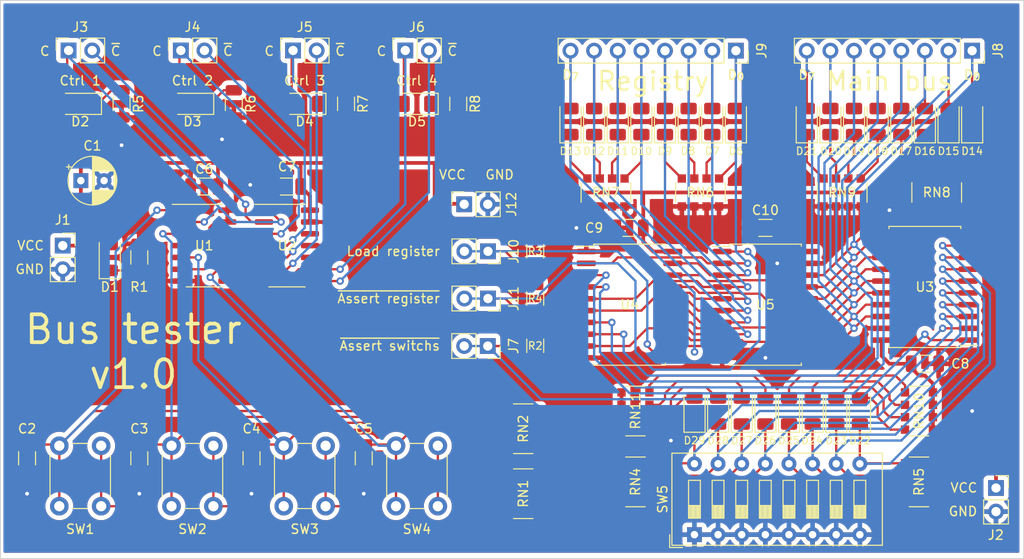
<source format=kicad_pcb>
(kicad_pcb (version 20221018) (generator pcbnew)
  (layers (0 "F.Cu" signal) (31 "B.Cu" signal) (34 "B.Paste" user) (35 "F.Paste" user) (36 "B.SilkS" user "B.Silkscreen") (37 "F.SilkS" user "F.Silkscreen") (38 "B.Mask" user) (39 "F.Mask" user) (44 "Edge.Cuts" user))
  (net 0 "")
  (net 1 "VCC")
  (net 2 "GND")
  (net 3 "Net-(RN2A-R1.1)")
  (net 4 "Net-(RN2B-R2.1)")
  (net 5 "Net-(RN2C-R3.1)")
  (net 6 "Net-(RN2D-R4.1)")
  (net 7 "Net-(D1-K)")
  (net 8 "Net-(D2-K)")
  (net 9 "/C1")
  (net 10 "Net-(D3-K)")
  (net 11 "/C2")
  (net 12 "Net-(D4-K)")
  (net 13 "/C3")
  (net 14 "Net-(D5-K)")
  (net 15 "/C4")
  (net 16 "Net-(D6-K)")
  (net 17 "/Reg_{0}")
  (net 18 "Net-(D7-K)")
  (net 19 "/Reg_{1}")
  (net 20 "Net-(D8-K)")
  (net 21 "/Reg_{2}")
  (net 22 "Net-(D9-K)")
  (net 23 "/Reg_{3}")
  (net 24 "Net-(D10-K)")
  (net 25 "/Reg_{4}")
  (net 26 "Net-(D11-K)")
  (net 27 "/Reg_{5}")
  (net 28 "Net-(D12-K)")
  (net 29 "/Reg_{6}")
  (net 30 "Net-(D13-K)")
  (net 31 "/Reg_{7}")
  (net 32 "Net-(D14-K)")
  (net 33 "/Bus_{0}")
  (net 34 "Net-(D15-K)")
  (net 35 "/Bus_{1}")
  (net 36 "Net-(D16-K)")
  (net 37 "/Bus_{2}")
  (net 38 "Net-(D17-K)")
  (net 39 "/Bus_{3}")
  (net 40 "Net-(D18-K)")
  (net 41 "/Bus_{4}")
  (net 42 "Net-(D19-K)")
  (net 43 "/Bus_{5}")
  (net 44 "Net-(D20-K)")
  (net 45 "/Bus_{6}")
  (net 46 "Net-(D21-K)")
  (net 47 "/Bus_{7}")
  (net 48 "/~{D_{0}}")
  (net 49 "Net-(D22-A)")
  (net 50 "/~{D_{1}}")
  (net 51 "Net-(D23-A)")
  (net 52 "/~{D_{2}}")
  (net 53 "Net-(D24-A)")
  (net 54 "/~{D_{3}}")
  (net 55 "Net-(D25-A)")
  (net 56 "/~{D_{4}}")
  (net 57 "Net-(D26-A)")
  (net 58 "/~{D_{5}}")
  (net 59 "Net-(D27-A)")
  (net 60 "/~{D_{6}}")
  (net 61 "Net-(D28-A)")
  (net 62 "/~{D_{7}}")
  (net 63 "Net-(D29-A)")
  (net 64 "/~{C1}")
  (net 65 "/~{C2}")
  (net 66 "/~{C3}")
  (net 67 "/~{C4}")
  (net 68 "Net-(J7-Pin_1)")
  (net 69 "Net-(J10-Pin_1)")
  (net 70 "Net-(J11-Pin_1)")
  (net 71 "Net-(RN1D-R4.2)")
  (net 72 "Net-(RN1C-R3.2)")
  (net 73 "Net-(RN1B-R2.2)")
  (net 74 "Net-(RN1A-R1.2)")
  (footprint "Connector_PinSocket_2.54mm:PinSocket_1x02_P2.54mm_Vertical" (layer "F.Cu") (at 69.85 41.91 90)
    (fp_text reference "J12")
    (fp_text value "POWER")
  )
  (footprint "Resistor_SMD:R_Array_Convex_4x1206" (layer "F.Cu") (at 120.65 40.64 -90)
    (fp_text reference "RN8")
    (fp_text value "1K")
  )
  (footprint "LED_SMD:LED_1206_3216Metric" (layer "F.Cu") (at 40.64 31.115 180)
    (fp_text reference "D3")
    (fp_text value "Green")
  )
  (footprint "LED_SMD:LED_1206_3216Metric" (layer "F.Cu") (at 83.82 33.02 90)
    (fp_text reference "D12")
    (fp_text value "Red")
  )
  (footprint "Resistor_SMD:R_Array_Convex_4x1206" (layer "F.Cu") (at 118.745 71.755 180)
    (fp_text reference "RN5")
    (fp_text value "4.7K")
  )
  (footprint "Resistor_SMD:R_1206_3216Metric" (layer "F.Cu") (at 77.49 57.125 -90)
    (fp_text reference "R2")
    (fp_text value "4.7K")
  )
  (footprint "Capacitor_SMD:C_1206_3216Metric" (layer "F.Cu") (at 102.235 44.45 180)
    (fp_text reference "C10")
    (fp_text value "0.1u")
  )
  (footprint "Resistor_SMD:R_1206_3216Metric" (layer "F.Cu") (at 45.085 31.115 -90)
    (fp_text reference "R6")
    (fp_text value "2K")
  )
  (footprint "Package_SO:SOIC-14_3.9x8.7mm_P1.27mm" (layer "F.Cu") (at 41.91 46.355)
    (fp_text reference "U1")
    (fp_text value "74HC14")
  )
  (footprint "Resistor_SMD:R_Array_Convex_4x1206" (layer "F.Cu") (at 76.2 73.025 180)
    (fp_text reference "RN1")
    (fp_text value "470")
  )
  (footprint "LED_SMD:LED_1206_3216Metric" (layer "F.Cu") (at 94.615 64.135 90)
    (fp_text reference "D29")
    (fp_text value "Red")
  )
  (footprint "Connector_PinSocket_2.54mm:PinSocket_1x02_P2.54mm_Vertical" (layer "F.Cu") (at 39.39 25.375 90)
    (fp_text reference "J4")
    (fp_text value "C2_out")
  )
  (footprint "LED_SMD:LED_1206_3216Metric" (layer "F.Cu") (at 93.98 33.02 90)
    (fp_text reference "D8")
    (fp_text value "Red")
  )
  (footprint "LED_SMD:LED_1206_3216Metric" (layer "F.Cu") (at 112.395 64.135 90)
    (fp_text reference "D22")
    (fp_text value "Red")
  )
  (footprint "Resistor_SMD:R_Array_Convex_4x1206" (layer "F.Cu") (at 95.25 40.64 -90)
    (fp_text reference "RN6")
    (fp_text value "1K")
  )
  (footprint "Capacitor_THT:CP_Radial_D5.0mm_P2.50mm" (layer "F.Cu") (at 28.639888 39.37)
    (fp_text reference "C1")
    (fp_text value "1u")
  )
  (footprint "LED_SMD:LED_1206_3216Metric" (layer "F.Cu") (at 99.06 33.02 90)
    (fp_text reference "D6")
    (fp_text value "Red")
  )
  (footprint "LED_SMD:LED_1206_3216Metric" (layer "F.Cu") (at 91.44 33.02 90)
    (fp_text reference "D9")
    (fp_text value "Red")
  )
  (footprint "Resistor_SMD:R_1206_3216Metric" (layer "F.Cu") (at 69.215 31.115 -90)
    (fp_text reference "R8")
    (fp_text value "2K")
  )
  (footprint "LED_SMD:LED_1206_3216Metric" (layer "F.Cu") (at 81.28 33.02 90)
    (fp_text reference "D13")
    (fp_text value "Red")
  )
  (footprint "LED_SMD:LED_1206_3216Metric" (layer "F.Cu") (at 121.92 33.02 90)
    (fp_text reference "D15")
    (fp_text value "Red")
  )
  (footprint "Capacitor_SMD:C_1206_3216Metric" (layer "F.Cu") (at 34.925 69.215 -90)
    (fp_text reference "C3")
    (fp_text value "0.1u")
  )
  (footprint "Resistor_SMD:R_1206_3216Metric" (layer "F.Cu") (at 77.49 52.045 -90)
    (fp_text reference "R4")
    (fp_text value "4.7K")
  )
  (footprint "LED_SMD:LED_1206_3216Metric" (layer "F.Cu") (at 111.76 33.02 90)
    (fp_text reference "D19")
    (fp_text value "Red")
  )
  (footprint "Connector_PinSocket_2.54mm:PinSocket_1x02_P2.54mm_Vertical" (layer "F.Cu") (at 63.52 25.375 90)
    (fp_text reference "J6")
    (fp_text value "C4_out")
  )
  (footprint "Button_Switch_THT:SW_PUSH_6mm_H5mm" (layer "F.Cu") (at 42.89 67.87 -90)
    (fp_text reference "SW2")
    (fp_text value "Ctrl 2")
  )
  (footprint "LED_SMD:LED_1206_3216Metric" (layer "F.Cu") (at 102.235 64.135 90)
    (fp_text reference "D26")
    (fp_text value "Red")
  )
  (footprint "Resistor_SMD:R_Array_Convex_4x1206" (layer "F.Cu") (at 88.265 71.755)
    (fp_text reference "RN4")
    (fp_text value "4.7K")
  )
  (footprint "LED_SMD:LED_1206_3216Metric" (layer "F.Cu") (at 99.695 64.135 90)
    (fp_text reference "D27")
    (fp_text value "Red")
  )
  (footprint "Capacitor_SMD:C_1206_3216Metric" (layer "F.Cu") (at 119.38 59.055)
    (fp_text reference "C8")
    (fp_text value "0.1u")
  )
  (footprint "Resistor_SMD:R_Array_Convex_4x1206" (layer "F.Cu") (at 76.2 66.04)
    (fp_text reference "RN2")
    (fp_text value "4.7K")
  )
  (footprint "Connector_PinSocket_2.54mm:PinSocket_1x02_P2.54mm_Vertical" (layer "F.Cu") (at 72.41 52.045 -90)
    (fp_text reference "J11")
    (fp_text value "Out_Reg")
  )
  (footprint "LED_SMD:LED_1206_3216Metric" (layer "F.Cu") (at 109.855 64.135 90)
    (fp_text reference "D23")
    (fp_text value "Red")
  )
  (footprint "Resistor_SMD:R_Array_Convex_4x1206" (layer "F.Cu") (at 88.265 64.135 180)
    (fp_text reference "RN11")
    (fp_text value "1K")
  )
  (footprint "Connector_PinSocket_2.54mm:PinSocket_1x02_P2.54mm_Vertical" (layer "F.Cu") (at 26.695 46.355)
    (fp_text reference "J1")
    (fp_text value "POWER")
  )
  (footprint "LED_SMD:LED_1206_3216Metric" (layer "F.Cu") (at 97.155 64.135 90)
    (fp_text reference "D28")
    (fp_text value "Red")
  )
  (footprint "Resistor_SMD:R_1206_3216Metric" (layer "F.Cu") (at 77.49 46.965 90)
    (fp_text reference "R3")
    (fp_text value "4.7K")
  )
  (footprint "Button_Switch_THT:SW_PUSH_6mm_H5mm" (layer "F.Cu") (at 30.825 67.87 -90)
    (fp_text reference "SW1")
    (fp_text value "Ctrl 1")
  )
  (footprint "Resistor_SMD:R_1206_3216Metric" (layer "F.Cu") (at 34.925 47.625 90)
    (fp_text reference "R1")
    (fp_text value "1K")
  )
  (footprint "Connector_PinSocket_2.54mm:PinSocket_1x08_P2.54mm_Vertical" (layer "F.Cu") (at 99.06 25.4 -90)
    (fp_text reference "J9")
    (fp_text value "Registry")
  )
  (footprint "Package_SO:SOIC-20W_7.5x12.8mm_P1.27mm" (layer "F.Cu") (at 87.63 52.705)
    (fp_text reference "U4")
    (fp_text value "74HC374")
  )
  (footprint "Resistor_SMD:R_Array_Convex_4x1206" (layer "F.Cu") (at 110.49 40.64 -90)
    (fp_text reference "RN9")
    (fp_text value "1K")
  )
  (footprint "LED_SMD:LED_1206_3216Metric" (layer "F.Cu") (at 106.68 33.02 90)
    (fp_text reference "D21")
    (fp_text value "Red")
  )
  (footprint "LED_SMD:LED_1206_3216Metric" (layer "F.Cu") (at 119.38 33.02 90)
    (fp_text reference "D16")
    (fp_text value "Red")
  )
  (footprint "Package_SO:SOIC-20W_7.5x12.8mm_P1.27mm" (layer "F.Cu") (at 119.38 50.8 180)
    (fp_text reference "U3")
    (fp_text value "74LS540")
  )
  (footprint "LED_SMD:LED_1206_3216Metric" (layer "F.Cu") (at 114.3 33.02 90)
    (fp_text reference "D18")
    (fp_text value "Red")
  )
  (footprint "LED_SMD:LED_1206_3216Metric" (layer "F.Cu") (at 116.84 33.02 90)
    (fp_text reference "D17")
    (fp_text value "Red")
  )
  (footprint "Package_SO:SOIC-14_3.9x8.7mm_P1.27mm" (layer "F.Cu") (at 50.8 46.355)
    (fp_text reference "U2")
    (fp_text value "74HC04")
  )
  (footprint "LED_SMD:LED_1206_3216Metric" (layer "F.Cu") (at 96.52 33.02 90)
    (fp_text reference "D7")
    (fp_text value "Red")
  )
  (footprint "Capacitor_SMD:C_1206_3216Metric" (layer "F.Cu") (at 41.91 40.005 180)
    (fp_text reference "C6")
    (fp_text value "0.1u")
  )
  (footprint "Connector_PinSocket_2.54mm:PinSocket_1x02_P2.54mm_Vertical" (layer "F.Cu") (at 72.39 57.15 -90)
    (fp_text reference "J7")
    (fp_text value "Out_sw")
  )
  (footprint "Button_Switch_THT:SW_PUSH_6mm_H5mm" (layer "F.Cu") (at 67.02 67.87 -90)
    (fp_text reference "SW4")
    (fp_text value "Ctrl 4")
  )
  (footprint "LED_SMD:LED_1206_3216Metric" (layer "F.Cu") (at 88.9 33.02 90)
    (fp_text reference "D10")
    (fp_text value "Red")
  )
  (footprint "LED_SMD:LED_1206_3216Metric" (layer "F.Cu") (at 28.575 31.115 180)
    (fp_text reference "D2")
    (fp_text value "Green")
  )
  (footprint "Connector_PinSocket_2.54mm:PinSocket_1x02_P2.54mm_Vertical" (layer "F.Cu") (at 72.41 46.965 -90)
    (fp_text reference "J10")
    (fp_text value "In_Reg")
  )
  (footprint "LED_SMD:LED_1206_3216Metric" (layer "F.Cu") (at 31.75 47.625 90)
    (fp_text reference "D1")
    (fp_text value "Red")
  )
  (footprint "LED_SMD:LED_1206_3216Metric" (layer "F.Cu") (at 64.77 31.115 180)
    (fp_text reference "D5")
    (fp_text value "Green")
  )
  (footprint "Button_Switch_THT:SW_PUSH_6mm_H5mm" (layer "F.Cu") (at 54.955 67.87 -90)
    (fp_text reference "SW3")
    (fp_text value "Ctrl 3")
  )
  (footprint "Capacitor_SMD:C_1206_3216Metric" (layer "F.Cu") (at 59.055 69.215 -90)
    (fp_text reference "C5")
    (fp_text value "0.1u")
  )
  (footprint "Capacitor_SMD:C_1206_3216Metric" (layer "F.Cu") (at 87.63 44.45 180)
    (fp_text reference "C9")
    (fp_text value "0.1u")
  )
  (footprint "Connector_PinSocket_2.54mm:PinSocket_1x02_P2.54mm_Vertical" (layer "F.Cu") (at 51.455 25.375 90)
    (fp_text reference "J5")
    (fp_text value "C3_out")
  )
  (footprint "LED_SMD:LED_1206_3216Metric" (layer "F.Cu") (at 107.315 64.135 90)
    (fp_text reference "D24")
    (fp_text value "Red")
  )
  (footprint "LED_SMD:LED_1206_3216Metric" (layer "F.Cu") (at 109.22 33.02 90)
    (fp_text reference "D20")
    (fp_text value "Red")
  )
  (footprint "Capacitor_SMD:C_1206_3216Metric" (layer "F.Cu") (at 22.86 69.215 -90)
    (fp_text reference "C2")
    (fp_text value "0.1u")
  )
  (footprint "Resistor_SMD:R_Array_Convex_4x1206" (layer "F.Cu") (at 118.745 64.135)
    (fp_text reference "RN10")
    (fp_text value "1K")
  )
  (footprint "Resistor_SMD:R_Array_Convex_4x1206" (layer "F.Cu") (at 85.09 40.64 -90)
    (fp_text reference "RN7")
    (fp_text value "1K")
  )
  (footprint "Capacitor_SMD:C_1206_3216Metric" (layer "F.Cu") (at 50.8 40.005 180)
    (fp_text reference "C7")
    (fp_text value "0.1u")
  )
  (footprint "LED_SMD:LED_1206_3216Metric" (layer "F.Cu") (at 52.705 31.115 180)
    (fp_text reference "D4")
    (fp_text value "Green")
  )
  (footprint "LED_SMD:LED_1206_3216Metric" (layer "F.Cu") (at 86.36 33.02 90)
    (fp_text reference "D11")
    (fp_text value "Red")
  )
  (footprint "Package_SO:SOIC-20W_7.5x12.8mm_P1.27mm" (layer "F.Cu") (at 102.235 52.705)
    (fp_text reference "U5")
    (fp_text value "74HCT541")
  )
  (footprint "Connector_PinSocket_2.54mm:PinSocket_1x02_P2.54mm_Vertical" (layer "F.Cu") (at 27.325 25.375 90)
    (fp_text reference "J3")
    (fp_text value "C1_out")
  )
  (footprint "Resistor_SMD:R_1206_3216Metric" (layer "F.Cu") (at 33.02 31.115 -90)
    (fp_text reference "R5")
    (fp_text value "2K")
  )
  (footprint "Resistor_SMD:R_1206_3216Metric" (layer "F.Cu") (at 57.15 31.115 -90)
    (fp_text reference "R7")
    (fp_text value "2K")
  )
  (footprint "Connector_PinSocket_2.54mm:PinSocket_1x08_P2.54mm_Vertical" (layer "F.Cu") (at 124.46 25.4 -90)
    (fp_text reference "J8")
    (fp_text value "Data_bus")
  )
  (footprint "Capacitor_SMD:C_1206_3216Metric" (layer "F.Cu") (at 46.99 69.215 -90)
    (fp_text reference "C4")
    (fp_text value "0.1u")
  )
  (footprint "Connector_PinSocket_2.54mm:PinSocket_1x02_P2.54mm_Vertical" (layer "F.Cu") (at 127.025 72.41)
    (fp_text reference "J2")
    (fp_text value "POWER")
  )
  (footprint "Button_Switch_THT:SW_DIP_SPSTx08_Slide_9.78x22.5mm_W7.62mm_P2.54mm" (layer "F.Cu") (at 94.605 77.4275 90)
    (fp_text reference "SW5")
    (fp_text value "SW_DIP_x08")
  )
  (footprint "LED_SMD:LED_1206_3216Metric" (layer "F.Cu") (at 124.46 33.02 90)
    (fp_text reference "D14")
    (fp_text value "Red")
  )
  (footprint "LED_SMD:LED_1206_3216Metric" (layer "F.Cu") (at 104.775 64.135 90)
    (fp_text reference "D25")
    (fp_text value "Red")
  )
  (gr_rect (start 20 20) (end 130 80) (stroke (width 0.1)) (fill none) (layer "Edge.Cuts"))
  (gr_text "Load register" (at 67.33 46.965) (layer "F.SilkS") (effects (font (size 1 1)) (justify right)))
  (gr_text "~{C}" (at 68.58 26.035) (layer "F.SilkS") (effects (font (size 1 1)) (justify bottom)))
  (gr_text "Main bus" (at 115.57 29.845) (layer "F.SilkS") (effects (font (size 2 2) (thickness 0.25)) (justify bottom)))
  (gr_text "D_{7}" (at 81.28 28.575) (layer "F.SilkS") (effects (font (size 1 1)) (justify bottom)))
  (gr_text "~{Assert switchs}" (at 67.33 57.125) (layer "F.SilkS") (effects (font (size 1 1)) (justify right)))
  (gr_text "~{C}" (at 44.45 26.035) (layer "F.SilkS") (effects (font (size 1 1)) (justify bottom)))
  (gr_text "C" (at 48.895 26.035) (layer "F.SilkS") (effects (font (size 1 1)) (justify bottom)))
  (gr_text "VCC" (at 24.765 46.355) (layer "F.SilkS") (effects (font (size 1 1)) (justify right)))
  (gr_text "C" (at 60.96 26.035) (layer "F.SilkS") (effects (font (size 1 1)) (justify bottom)))
  (gr_text "~{C}" (at 56.515 26.035) (layer "F.SilkS") (effects (font (size 1 1)) (justify bottom)))
  (gr_text "~{Assert register}" (at 67.33 52.045) (layer "F.SilkS") (effects (font (size 1 1)) (justify right)))
  (gr_text "Ctrl 4" (at 64.77 29.21) (layer "F.SilkS") (effects (font (size 1 1)) (justify bottom)))
  (gr_text "C" (at 36.83 26.035) (layer "F.SilkS") (effects (font (size 1 1)) (justify bottom)))
  (gr_text "Ctrl 1" (at 28.575 29.21) (layer "F.SilkS") (effects (font (size 1 1)) (justify bottom)))
  (gr_text "VCC" (at 68.58 38.735) (layer "F.SilkS") (effects (font (size 1 1))))
  (gr_text "Bus tester\nv1.0" (at 34.29 57.785) (layer "F.SilkS") (effects (font (size 3 3) (thickness 0.4))))
  (gr_text "Ctrl 3" (at 52.705 29.21) (layer "F.SilkS") (effects (font (size 1 1)) (justify bottom)))
  (gr_text "GND" (at 24.765 48.895) (layer "F.SilkS") (effects (font (size 1 1)) (justify right)))
  (gr_text "GND" (at 73.66 38.735) (layer "F.SilkS") (effects (font (size 1 1))))
  (gr_text "D_{0}" (at 99.06 28.575) (layer "F.SilkS") (effects (font (size 1 1)) (justify bottom)))
  (gr_text "Ctrl 2" (at 40.64 29.21) (layer "F.SilkS") (effects (font (size 1 1)) (justify bottom)))
  (gr_text "~{C}" (at 32.385 26.035) (layer "F.SilkS") (effects (font (size 1 1)) (justify bottom)))
  (gr_text "Registry" (at 90.17 29.845) (layer "F.SilkS") (effects (font (size 2 2) (thickness 0.25)) (justify bottom)))
  (gr_text "C" (at 24.765 26.035) (layer "F.SilkS") (effects (font (size 1 1)) (justify bottom)))
  (gr_text "VCC" (at 125.095 72.39) (layer "F.SilkS") (effects (font (size 1 1)) (justify right)))
  (gr_text "D_{7}" (at 106.68 28.575) (layer "F.SilkS") (effects (font (size 1 1)) (justify bottom)))
  (gr_text "GND" (at 125.095 74.93) (layer "F.SilkS") (effects (font (size 1 1)) (justify right)))
  (gr_text "D_{0}" (at 124.46 28.575) (layer "F.SilkS") (effects (font (size 1 1)) (justify bottom)))
  (segment (start 44.385 42.545) (end 44.385 41.005) (width 0.4) (layer "F.Cu") (net 1))
  (segment (start 120.245 67.945) (end 120.245 64.16) (width 0.4) (layer "F.Cu") (net 1))
  (segment (start 120.245 73.755) (end 120.245 72.415) (width 0.4) (layer "F.Cu") (net 1))
  (segment (start 120.245 74.7) (end 120.245 73.755) (width 0.4) (layer "F.Cu") (net 1))
  (segment (start 77.7 64.04) (end 77.7 65.38) (width 0.4) (layer "F.Cu") (net 1))
  (segment (start 43.18 37.465) (end 29.21 37.465) (width 0.4) (layer "F.Cu") (net 1))
  (segment (start 43.385 37.67) (end 43.18 37.465) (width 0.4) (layer "F.Cu") (net 1))
  (segment (start 67.945 54.61) (end 74.93 54.61) (width 0.4) (layer "F.Cu") (net 1))
  (segment (start 86.765 64.16) (end 86.765 67.945) (width 0.4) (layer "F.Cu") (net 1))
  (segment (start 75.9825 55.6625) (end 77.49 55.6625) (width 0.4) (layer "F.Cu") (net 1))
  (segment (start 89.105 45.925) (end 89.105 44.45) (width 0.4) (layer "F.Cu") (net 1))
  (segment (start 120.245 72.415) (end 120.245 71.095) (width 0.4) (layer "F.Cu") (net 1))
  (segment (start 66.675 53.34) (end 67.945 54.61) (width 0.4) (layer "F.Cu") (net 1))
  (segment (start 86.765 72.415) (end 86.765 71.095) (width 0.4) (layer "F.Cu") (net 1))
  (segment (start 66.675 37.465) (end 52.07 37.465) (width 0.4) (layer "F.Cu") (net 1))
  (segment (start 103.71 40.845) (end 103.505 40.64) (width 0.4) (layer "F.Cu") (net 1))
  (segment (start 120.245 64.16) (end 120.245 62.135) (width 0.4) (layer "F.Cu") (net 1))
  (segment (start 119.38 75.565) (end 120.245 74.7) (width 0.4) (layer "F.Cu") (net 1))
  (segment (start 55.245 45.72) (end 54.61 46.355) (width 0.4) (layer "F.Cu") (net 1))
  (segment (start 55.245 44.45) (end 55.245 45.72) (width 0.4) (layer "F.Cu") (net 1))
  (segment (start 89.105 44.45) (end 89.105 40.845) (width 0.4) (layer "F.Cu") (net 1))
  (segment (start 106.885 46.99) (end 104.775 46.99) (width 0.4) (layer "F.Cu") (net 1))
  (segment (start 28.639888 46.290112) (end 28.575 46.355) (width 0.4) (layer "F.Cu") (net 1))
  (segment (start 86.67 68.04) (end 86.765 67.945) (width 0.4) (layer "F.Cu") (net 1))
  (segment (start 52.275 40.005) (end 52.275 37.67) (width 0.4) (layer "F.Cu") (net 1))
  (segment (start 89.105 40.845) (end 88.9 40.64) (width 0.4) (layer "F.Cu") (net 1))
  (segment (start 66.675 49.53) (end 66.675 53.34) (width 0.4) (layer "F.Cu") (net 1))
  (segment (start 103.71 44.45) (end 103.71 40.845) (width 0.4) (layer "F.Cu") (net 1))
  (segment (start 44.385 43.815) (end 44.385 42.545) (width 0.4) (layer "F.Cu") (net 1))
  (segment (start 120.245 61.19) (end 120.245 62.135) (width 0.4) (layer "F.Cu") (net 1))
  (segment (start 66.725 41.86) (end 66.675 41.91) (width 0.4) (layer "F.Cu") (net 1))
  (segment (start 43.385 40.005) (end 43.385 37.67) (width 0.4) (layer "F.Cu") (net 1))
  (segment (start 104.775 46.99) (end 103.71 45.925) (width 0.4) (layer "F.Cu") (net 1))
  (segment (start 74.93 54.61) (end 75.9825 55.6625) (width 0.4) (layer "F.Cu") (net 1))
  (segment (start 126.365 40.64) (end 128.27 42.545) (width 0.4) (layer "F.Cu") (net 1))
  (segment (start 120.245 71.095) (end 120.245 69.755) (width 0.4) (layer "F.Cu") (net 1))
  (segment (start 103.71 45.925) (end 103.71 44.45) (width 0.4) (layer "F.Cu") (net 1))
  (segment (start 43.410001 46.355) (end 44.385 46.355) (width 0.4) (layer "F.Cu") (net 1))
  (segment (start 86.765 73.755) (end 86.765 72.415) (width 0.4) (layer "F.Cu") (net 1))
  (segment (start 118.745 60.325) (end 119.38 60.325) (width 0.4) (layer "F.Cu") (net 1))
  (segment (start 69.89 41.86) (end 66.725 41.86) (width 0.4) (layer "F.Cu") (net 1))
  (segment (start 115.57 59.055) (end 114.73 58.215) (width 0.4) (layer "F.Cu") (net 1))
  (segment (start 77.7 68.04) (end 86.67 68.04) (width 0.4) (layer "F.Cu") (net 1))
  (segment (start 117.905 59.485) (end 118.745 60.325) (width 0.4) (layer "F.Cu") (net 1))
  (segment (start 42.545 45.489999) (end 43.410001 46.355) (width 0.4) (layer "F.Cu") (net 1))
  (segment (start 29.21 37.465) (end 28.639888 38.035112) (width 0.4) (layer "F.Cu") (net 1))
  (segment (start 77.7 66.7) (end 77.7 68.04) (width 0.4) (layer "F.Cu") (net 1))
  (segment (start 53.275 43.815) (end 54.61 43.815) (width 0.4) (layer "F.Cu") (net 1))
  (segment (start 87.63 75.565) (end 119.38 75.565) (width 0.4) (layer "F.Cu") (net 1))
  (segment (start 103.505 40.64) (end 88.9 40.64) (width 0.4) (layer "F.Cu") (net 1))
  (segment (start 128.27 66.675) (end 128.27 42.545) (width 0.4) (layer "F.Cu") (net 1))
  (segment (start 88.9 40.64) (end 78.74 40.64) (width 0.4) (layer "F.Cu") (net 1))
  (segment (start 90.17 46.99) (end 89.105 45.925) (width 0.4) (layer "F.Cu") (net 1))
  (segment (start 54.61 46.355) (end 53.275 46.355) (width 0.4) (layer "F.Cu") (net 1))
  (segment (start 53.275 41.005) (end 52.275 40.005) (width 0.4) (layer "F.Cu") (net 1))
  (segment (start 92.28 46.99) (end 90.17 46.99) (width 0.4) (layer "F.Cu") (net 1))
  (segment (start 78.74 40.64) (end 75.565 37.465) (width 0.4) (layer "F.Cu") (net 1))
  (segment (start 77.49 50.5825) (end 75.9825 50.5825) (width 0.4) (layer "F.Cu") (net 1))
  (segment (start 119.38 60.325) (end 120.245 61.19) (width 0.4) (layer "F.Cu") (net 1))
  (segment (start 86.765 69.755) (end 86.765 67.945) (width 0.4) (layer "F.Cu") (net 1))
  (segment (start 127.025 72.41) (end 127.025 67.92) (width 0.4) (layer "F.Cu") (net 1))
  (segment (start 52.275 37.67) (end 52.07 37.465) (width 0.4) (layer "F.Cu") (net 1))
  (segment (start 117.905 59.055) (end 115.57 59.055) (width 0.4) (layer "F.Cu") (net 1))
  (segment (start 42.545 44.45) (end 42.545 45.489999) (width 0.4) (layer "F.Cu") (net 1))
  (segment (start 127 67.945) (end 127.025 67.92) (width 0.4) (layer "F.Cu") (net 1))
  (segment (start 75.565 37.465) (end 66.675 37.465) (width 0.4) (layer "F.Cu") (net 1))
  (segment (start 77.7 65.38) (end 77.7 66.7) (width 0.4) (layer "F.Cu") (net 1))
  (segment (start 44.385 41.005) (end 43.385 40.005) (width 0.4) (layer "F.Cu") (net 1))
  (segment (start 28.639888 39.37) (end 28.639888 46.290112) (width 0.4) (layer "F.Cu") (net 1))
  (segment (start 43.18 43.815) (end 42.545 44.45) (width 0.4) (layer "F.Cu") (net 1))
  (segment (start 53.275 42.545) (end 53.275 41.005) (width 0.4) (layer "F.Cu") (net 1))
  (segment (start 127.025 67.92) (end 128.27 66.675) (width 0.4) (layer "F.Cu") (net 1))
  (segment (start 74.93 49.53) (end 66.675 49.53) (width 0.4) (layer "F.Cu") (net 1))
  (segment (start 52.07 37.465) (end 43.18 37.465) (width 0.4) (layer "F.Cu") (net 1))
  (segment (start 54.61 43.815) (end 55.245 44.45) (width 0.4) (layer "F.Cu") (net 1))
  (segment (start 120.245 67.945) (end 127 67.945) (width 0.4) (layer "F.Cu") (net 1))
  (segment (start 86.765 62.135) (end 86.765 64.16) (width 0.4) (layer "F.Cu") (net 1))
  (segment (start 86.765 69.755) (end 86.765 71.095) (width 0.4) (layer "F.Cu") (net 1))
  (segment (start 86.765 73.755) (end 86.765 74.7) (width 0.4) (layer "F.Cu") (net 1))
  (segment (start 44.385 43.815) (end 43.18 43.815) (width 0.4) (layer "F.Cu") (net 1))
  (segment (start 26.695 46.355) (end 28.575 46.355) (width 0.4) (layer "F.Cu") (net 1))
  (segment (start 66.675 49.53) (end 66.675 41.91) (width 0.4) (layer "F.Cu") (net 1))
  (segment (start 28.639888 38.035112) (end 28.639888 39.37) (width 0.4) (layer "F.Cu") (net 1))
  (segment (start 103.505 40.64) (end 126.365 40.64) (width 0.4) (layer "F.Cu") (net 1))
  (segment (start 120.245 69.755) (end 120.245 67.945) (width 0.4) (layer "F.Cu") (net 1))
  (segment (start 28.575 46.355) (end 31.62 46.355) (width 0.4) (layer "F.Cu") (net 1))
  (segment (start 114.73 58.215) (end 114.73 56.515) (width 0.4) (layer "F.Cu") (net 1))
  (segment (start 53.275 43.815) (end 53.275 42.545) (width 0.4) (layer "F.Cu") (net 1))
  (segment (start 66.675 41.91) (end 66.675 37.465) (width 0.4) (layer "F.Cu") (net 1))
  (segment (start 75.9825 50.5825) (end 74.93 49.53) (width 0.4) (layer "F.Cu") (net 1))
  (segment (start 86.765 74.7) (end 87.63 75.565) (width 0.4) (layer "F.Cu") (net 1))
  (segment (start 48.325 50.165) (end 48.325 51.37) (width 0.4) (layer "F.Cu") (net 2))
  (via (at 59.055 73.025) (size 0.8) (drill 0.4) (layers "F.Cu" "B.Cu") (net 2))
  (via (at 92.075 67.31) (size 0.8) (drill 0.4) (layers "F.Cu" "B.Cu") (net 2))
  (via (at 22.86 73.025) (size 0.8) (drill 0.4) (layers "F.Cu" "B.Cu") (net 2))
  (via (at 34.925 73.025) (size 0.8) (drill 0.4) (layers "F.Cu" "B.Cu") (net 2))
  (via (at 46.99 73.025) (size 0.8) (drill 0.4) (layers "F.Cu" "B.Cu") (net 2))
  (via (at 103.505 48.26) (size 0.8) (drill 0.4) (layers "F.Cu" "B.Cu") (net 2))
  (via (at 43.815 34.925) (size 0.8) (drill 0.4) (layers "F.Cu" "B.Cu") (net 2))
  (via (at 33.02 35.56) (size 0.8) (drill 0.4) (layers "F.Cu" "B.Cu") (net 2))
  (via (at 102.235 58.42) (size 0.8) (drill 0.4) (layers "F.Cu" "B.Cu") (net 2))
  (via (at 46.855024 39.823686) (size 0.8) (drill 0.4) (layers "F.Cu" "B.Cu") (net 2))
  (via (at 124.46 64.135) (size 0.8) (drill 0.4) (layers "F.Cu" "B.Cu") (net 2))
  (via (at 81.915 44.45) (size 0.8) (drill 0.4) (layers "F.Cu" "B.Cu") (net 2))
  (via (at 115.57 42.545) (size 0.8) (drill 0.4) (layers "F.Cu" "B.Cu") (net 2))
  (segment (start 26.325 67.87) (end 30.06 64.135) (width 0.25) (layer "F.Cu") (net 3))
  (segment (start 72.39 64.135) (end 72.485 64.04) (width 0.25) (layer "F.Cu") (net 3))
  (segment (start 26.325 67.87) (end 26.325 74.37) (width 0.25) (layer "F.Cu") (net 3))
  (segment (start 30.06 64.135) (end 72.39 64.135) (width 0.25) (layer "F.Cu") (net 3))
  (segment (start 36.83 42.545) (end 39.435 42.545) (width 0.25) (layer "F.Cu") (net 3))
  (segment (start 22.86 67.74) (end 26.195 67.74) (width 0.25) (layer "F.Cu") (net 3))
  (segment (start 72.485 64.04) (end 74.7 64.04) (width 0.25) (layer "F.Cu") (net 3))
  (via (at 36.83 42.545) (size 0.8) (drill 0.4) (layers "F.Cu" "B.Cu") (net 3))
  (segment (start 32.385 46.99) (end 36.83 42.545) (width 0.25) (layer "B.Cu") (net 3))
  (segment (start 32.4925 61.7025) (end 32.385 61.595) (width 0.25) (layer "B.Cu") (net 3))
  (segment (start 26.325 67.87) (end 32.4925 61.7025) (width 0.25) (layer "B.Cu") (net 3))
  (segment (start 32.385 61.595) (end 32.385 46.99) (width 0.25) (layer "B.Cu") (net 3))
  (segment (start 38.39 67.87) (end 41.49 64.77) (width 0.25) (layer "F.Cu") (net 4))
  (segment (start 72.39 64.77) (end 73 65.38) (width 0.25) (layer "F.Cu") (net 4))
  (segment (start 38.39 67.87) (end 38.39 74.37) (width 0.25) (layer "F.Cu") (net 4))
  (segment (start 34.925 67.74) (end 38.26 67.74) (width 0.25) (layer "F.Cu") (net 4))
  (segment (start 41.49 64.77) (end 72.39 64.77) (width 0.25) (layer "F.Cu") (net 4))
  (segment (start 39.435 45.085) (end 37.465 45.085) (width 0.25) (layer "F.Cu") (net 4))
  (segment (start 73 65.38) (end 74.7 65.38) (width 0.25) (layer "F.Cu") (net 4))
  (via (at 37.465 45.085) (size 0.8) (drill 0.4) (layers "F.Cu" "B.Cu") (net 4))
  (segment (start 38.39 46.01) (end 37.465 45.085) (width 0.25) (layer "B.Cu") (net 4))
  (segment (start 38.39 67.87) (end 38.39 46.01) (width 0.25) (layer "B.Cu") (net 4))
  (segment (start 50.455 67.87) (end 52.92 65.405) (width 0.25) (layer "F.Cu") (net 5))
  (segment (start 46.99 67.74) (end 50.325 67.74) (width 0.25) (layer "F.Cu") (net 5))
  (segment (start 71.755 65.405) (end 73.05 66.7) (width 0.25) (layer "F.Cu") (net 5))
  (segment (start 52.92 65.405) (end 71.755 65.405) (width 0.25) (layer "F.Cu") (net 5))
  (segment (start 39.435 47.625) (end 41.275 47.625) (width 0.25) (layer "F.Cu") (net 5))
  (segment (start 73.05 66.7) (end 74.7 66.7) (width 0.25) (layer "F.Cu") (net 5))
  (segment (start 50.455 67.87) (end 50.455 74.37) (width 0.25) (layer "F.Cu") (net 5))
  (via (at 41.275 47.625) (size 0.8) (drill 0.4) (layers "F.Cu" "B.Cu") (net 5))
  (segment (start 41.275 47.625) (end 41.275 58.69) (width 0.25) (layer "B.Cu") (net 5))
  (segment (start 41.275 58.69) (end 50.455 67.87) (width 0.25) (layer "B.Cu") (net 5))
  (segment (start 42.545 49.760001) (end 43.410001 48.895) (width 0.25) (layer "F.Cu") (net 6))
  (segment (start 62.52 74.37) (end 62.52 67.87) (width 0.25) (layer "F.Cu") (net 6))
  (segment (start 73.12 68.04) (end 74.7 68.04) (width 0.25) (layer "F.Cu") (net 6))
  (segment (start 59.055 67.74) (end 62.39 67.74) (width 0.25) (layer "F.Cu") (net 6))
  (segment (start 43.410001 48.895) (end 44.385 48.895) (width 0.25) (layer "F.Cu") (net 6))
  (segment (start 64.35 66.04) (end 71.12 66.04) (width 0.25) (layer "F.Cu") (net 6))
  (segment (start 62.52 67.87) (end 64.35 66.04) (width 0.25) (layer "F.Cu") (net 6))
  (segment (start 71.12 66.04) (end 73.12 68.04) (width 0.25) (layer "F.Cu") (net 6))
  (via (at 42.545 49.760001) (size 0.8) (drill 0.4) (layers "F.Cu" "B.Cu") (net 6))
  (segment (start 62.52 67.87) (end 60.654999 67.87) (width 0.25) (layer "B.Cu") (net 6))
  (segment (start 60.654999 67.87) (end 42.545 49.760001) (width 0.25) (layer "B.Cu") (net 6))
  (segment (start 31.75 49.025) (end 34.8625 49.025) (width 0.25) (layer "F.Cu") (net 7))
  (segment (start 31.9425 29.6525) (end 33.02 29.6525) (width 0.25) (layer "F.Cu") (net 8))
  (segment (start 30.48 31.115) (end 31.9425 29.6525) (width 0.25) (layer "F.Cu") (net 8))
  (segment (start 29.975 31.115) (end 30.48 31.115) (width 0.25) (layer "F.Cu") (net 8))
  (segment (start 27.175 25.525) (end 27.175 31.115) (width 0.25) (layer "F.Cu") (net 9))
  (segment (start 48.895 42.545) (end 50.165 43.815) (width 0.25) (layer "F.Cu") (net 9))
  (segment (start 39.435 43.815) (end 41.91 43.815) (width 0.25) (layer "F.Cu") (net 9))
  (via (at 41.91 43.815) (size 0.8) (drill 0.4) (layers "F.Cu" "B.Cu") (net 9))
  (via (at 50.165 43.815) (size 0.8) (drill 0.4) (layers "F.Cu" "B.Cu") (net 9))
  (segment (start 45.085 43.815) (end 43.4975 42.2275) (width 0.25) (layer "B.Cu") (net 9))
  (segment (start 41.91 43.815) (end 43.4975 42.2275) (width 0.25) (layer "B.Cu") (net 9))
  (segment (start 50.165 43.815) (end 45.085 43.815) (width 0.25) (layer "B.Cu") (net 9))
  (segment (start 43.4975 42.2275) (end 27.325 26.055) (width 0.25) (layer "B.Cu") (net 9))
  (segment (start 44.0075 29.6525) (end 45.085 29.6525) (width 0.25) (layer "F.Cu") (net 10))
  (segment (start 42.545 31.115) (end 44.0075 29.6525) (width 0.25) (layer "F.Cu") (net 10))
  (segment (start 42.04 31.115) (end 42.545 31.115) (width 0.25) (layer "F.Cu") (net 10))
  (segment (start 48.325 45.085) (end 50.165 45.085) (width 0.25) (layer "F.Cu") (net 11))
  (segment (start 41.91 46.355) (end 42.545 46.99) (width 0.25) (layer "F.Cu") (net 11))
  (segment (start 46.355 45.72) (end 46.99 45.085) (width 0.25) (layer "F.Cu") (net 11))
  (segment (start 42.545 46.99) (end 45.827462 46.99) (width 0.25) (layer "F.Cu") (net 11))
  (segment (start 39.24 31.115) (end 39.24 25.525) (width 0.25) (layer "F.Cu") (net 11))
  (segment (start 46.355 45.72) (end 46.355 46.462462) (width 0.25) (layer "F.Cu") (net 11))
  (segment (start 46.355 46.462462) (end 45.827462 46.99) (width 0.25) (layer "F.Cu") (net 11))
  (segment (start 39.435 46.355) (end 41.91 46.355) (width 0.25) (layer "F.Cu") (net 11))
  (segment (start 46.99 45.085) (end 48.325 45.085) (width 0.25) (layer "F.Cu") (net 11))
  (via (at 50.165 45.085) (size 0.8) (drill 0.4) (layers "F.Cu" "B.Cu") (net 11))
  (segment (start 50.165 45.085) (end 52.07 43.18) (width 0.25) (layer "B.Cu") (net 11))
  (segment (start 52.07 43.18) (end 52.07 38.1) (width 0.25) (layer "B.Cu") (net 11))
  (segment (start 52.07 38.1) (end 39.39 25.42) (width 0.25) (layer "B.Cu") (net 11))
  (segment (start 54.61 31.115) (end 56.0725 29.6525) (width 0.25) (layer "F.Cu") (net 12))
  (segment (start 54.105 31.115) (end 54.61 31.115) (width 0.25) (layer "F.Cu") (net 12))
  (segment (start 56.0725 29.6525) (end 57.15 29.6525) (width 0.25) (layer "F.Cu") (net 12))
  (segment (start 42.545 48.26) (end 46.355 48.26) (width 0.25) (layer "F.Cu") (net 13))
  (segment (start 39.435 48.895) (end 41.91 48.895) (width 0.25) (layer "F.Cu") (net 13))
  (segment (start 50.8 47.625) (end 51.435 46.99) (width 0.25) (layer "F.Cu") (net 13))
  (segment (start 41.91 48.895) (end 42.545 48.26) (width 0.25) (layer "F.Cu") (net 13))
  (segment (start 51.305 31.115) (end 51.305 25.525) (width 0.25) (layer "F.Cu") (net 13))
  (segment (start 48.325 47.625) (end 50.8 47.625) (width 0.25) (layer "F.Cu") (net 13))
  (segment (start 46.355 48.26) (end 46.99 47.625) (width 0.25) (layer "F.Cu") (net 13))
  (segment (start 46.99 47.625) (end 48.325 47.625) (width 0.25) (layer "F.Cu") (net 13))
  (via (at 51.435 46.99) (size 0.8) (drill 0.4) (layers "F.Cu" "B.Cu") (net 13))
  (segment (start 52.705 29.845) (end 53.34 30.48) (width 0.25) (layer "B.Cu") (net 13))
  (segment (start 52.705 29.825) (end 52.705 29.845) (width 0.25) (layer "B.Cu") (net 13))
  (segment (start 51.455 25.375) (end 51.455 28.575) (width 0.25) (layer "B.Cu") (net 13))
  (segment (start 53.34 45.085) (end 51.435 46.99) (width 0.25) (layer "B.Cu") (net 13))
  (segment (start 51.455 28.575) (end 52.705 29.825) (width 0.25) (layer "B.Cu") (net 13))
  (segment (start 53.34 30.48) (end 53.34 45.085) (width 0.25) (layer "B.Cu") (net 13))
  (segment (start 68.1375 29.6525) (end 69.215 29.6525) (width 0.25) (layer "F.Cu") (net 14))
  (segment (start 66.17 31.115) (end 66.675 31.115) (width 0.25) (layer "F.Cu") (net 14))
  (segment (start 66.675 31.115) (end 68.1375 29.6525) (width 0.25) (layer "F.Cu") (net 14))
  (segment (start 45.72 50.165) (end 46.355 49.53) (width 0.25) (layer "F.Cu") (net 15))
  (segment (start 51.435 49.53) (end 52.07 48.895) (width 0.25) (layer "F.Cu") (net 15))
  (segment (start 46.355 49.53) (end 51.435 49.53) (width 0.25) (layer "F.Cu") (net 15))
  (segment (start 44.385 50.165) (end 45.72 50.165) (width 0.25) (layer "F.Cu") (net 15))
  (segment (start 63.37 31.115) (end 63.37 25.525) (width 0.25) (layer "F.Cu") (net 15))
  (segment (start 52.07 48.895) (end 53.275 48.895) (width 0.25) (layer "F.Cu") (net 15))
  (segment (start 56.515 48.895) (end 53.275 48.895) (width 0.25) (layer "F.Cu") (net 15))
  (via (at 56.515 48.895) (size 0.8) (drill 0.4) (layers "F.Cu" "B.Cu") (net 15))
  (segment (start 63.52 41.89) (end 56.515 48.895) (width 0.25) (layer "B.Cu") (net 15))
  (segment (start 63.52 25.375) (end 63.52 41.89) (width 0.25) (layer "B.Cu") (net 15))
  (segment (start 99.06 37.33) (end 97.25 39.14) (width 0.25) (layer "F.Cu") (net 16))
  (segment (start 99.06 34.42) (end 99.06 37.33) (width 0.25) (layer "F.Cu") (net 16))
  (segment (start 99.06 25.4) (end 99.06 31.62) (width 0.25) (layer "F.Cu") (net 17))
  (segment (start 82.98 48.26) (end 85.725 48.26) (width 0.25) (layer "F.Cu") (net 17))
  (segment (start 96.012 48.26) (end 97.585 48.26) (width 0.25) (layer "F.Cu") (net 17))
  (segment (start 86.36 47.625) (end 95.377 47.625) (width 0.25) (layer "F.Cu") (net 17))
  (segment (start 85.725 48.26) (end 86.36 47.625) (width 0.25) (layer "F.Cu") (net 17))
  (segment (start 97.585 48.26) (end 100.33 48.26) (width 0.25) (layer "F.Cu") (net 17))
  (segment (start 95.377 47.625) (end 96.012 48.26) (width 0.25) (layer "F.Cu") (net 17))
  (via (at 100.33 48.26) (size 0.8) (drill 0.4) (layers "F.Cu" "B.Cu") (net 17))
  (segment (start 99.06 46.99) (end 99.06 25.4) (width 0.25) (layer "B.Cu") (net 17))
  (segment (start 100.33 48.26) (end 99.06 46.99) (width 0.25) (layer "B.Cu") (net 17))
  (segment (start 96.52 34.42) (end 96.52 36.83) (width 0.25) (layer "F.Cu") (net 18))
  (segment (start 95.91 37.44) (end 95.91 39.14) (width 0.25) (layer "F.Cu") (net 18))
  (segment (start 96.52 36.83) (end 95.91 37.44) (width 0.25) (layer "F.Cu") (net 18))
  (segment (start 94.996 48.26) (end 96.266 49.53) (width 0.25) (layer "F.Cu") (net 19))
  (segment (start 96.52 25.4) (end 96.52 31.62) (width 0.25) (layer "F.Cu") (net 19))
  (segment (start 92.28 48.26) (end 94.996 48.26) (width 0.25) (layer "F.Cu") (net 19))
  (segment (start 97.585 49.53) (end 100.076 49.53) (width 0.25) (layer "F.Cu") (net 19))
  (segment (start 96.266 49.53) (end 97.585 49.53) (width 0.25) (layer "F.Cu") (net 19))
  (segment (start 100.076 49.53) (end 100.33 49.276) (width 0.25) (layer "F.Cu") (net 19))
  (via (at 100.33 49.276) (size 0.8) (drill 0.4) (layers "F.Cu" "B.Cu") (net 19))
  (segment (start 96.52 45.72) (end 100.076 49.276) (width 0.25) (layer "B.Cu") (net 19))
  (segment (start 96.52 25.4) (end 96.52 45.72) (width 0.25) (layer "B.Cu") (net 19))
  (segment (start 100.33 49.276) (end 100.076 49.276) (width 0.25) (layer "B.Cu") (net 19))
  (segment (start 94.59 37.44) (end 94.59 39.14) (width 0.25) (layer "F.Cu") (net 20))
  (segment (start 93.98 34.42) (end 93.98 36.83) (width 0.25) (layer "F.Cu") (net 20))
  (segment (start 93.98 36.83) (end 94.59 37.44) (width 0.25) (layer "F.Cu") (net 20))
  (segment (start 95.504 50.8) (end 94.869 50.165) (width 0.25) (layer "F.Cu") (net 21))
  (segment (start 100.33 50.8) (end 97.585 50.8) (width 0.25) (layer "F.Cu") (net 21))
  (segment (start 82.98 52.07) (end 88.265 52.07) (width 0.25) (layer "F.Cu") (net 21))
  (segment (start 93.98 25.4) (end 93.98 31.62) (width 0.25) (layer "F.Cu") (net 21))
  (segment (start 88.265 52.07) (end 90.17 50.165) (width 0.25) (layer "F.Cu") (net 21))
  (segment (start 90.17 50.165) (end 94.869 50.165) (width 0.25) (layer "F.Cu") (net 21))
  (segment (start 97.585 50.8) (end 95.504 50.8) (width 0.25) (layer "F.Cu") (net 21))
  (via (at 100.33 50.8) (size 0.8) (drill 0.4) (layers "F.Cu" "B.Cu") (net 21))
  (segment (start 93.98 44.45) (end 100.33 50.8) (width 0.25) (layer "B.Cu") (net 21))
  (segment (start 93.98 25.4) (end 93.98 44.45) (width 0.25) (layer "B.Cu") (net 21))
  (segment (start 91.44 37.33) (end 93.25 39.14) (width 0.25) (layer "F.Cu") (net 22))
  (segment (start 91.44 34.42) (end 91.44 37.33) (width 0.25) (layer "F.Cu") (net 22))
  (segment (start 90.805 51.435) (end 88.9 53.34) (width 0.25) (layer "F.Cu") (net 23))
  (segment (start 100.076 52.07) (end 100.33 52.324) (width 0.25) (layer "F.Cu") (net 23))
  (segment (start 88.9 53.34) (end 82.98 53.34) (width 0.25) (layer "F.Cu") (net 23))
  (segment (start 94.107 51.435) (end 90.805 51.435) (width 0.25) (layer "F.Cu") (net 23))
  (segment (start 97.585 52.07) (end 100.076 52.07) (width 0.25) (layer "F.Cu") (net 23))
  (segment (start 94.742 52.07) (end 94.107 51.435) (width 0.25) (layer "F.Cu") (net 23))
  (segment (start 91.44 25.4) (end 91.44 31.62) (width 0.25) (layer "F.Cu") (net 23))
  (segment (start 94.742 52.07) (end 97.585 52.07) (width 0.25) (layer "F.Cu") (net 23))
  (via (at 100.33 52.324) (size 0.8) (drill 0.4) (layers "F.Cu" "B.Cu") (net 23))
  (segment (start 91.44 25.4) (end 91.44 43.18) (width 0.25) (layer "B.Cu") (net 23))
  (segment (start 100.33 52.324) (end 100.33 52.07) (width 0.25) (layer "B.Cu") (net 23))
  (segment (start 91.44 43.18) (end 100.33 52.07) (width 0.25) (layer "B.Cu") (net 23))
  (segment (start 88.9 37.33) (end 87.09 39.14) (width 0.25) (layer "F.Cu") (net 24))
  (segment (start 88.9 34.42) (end 88.9 37.33) (width 0.25) (layer "F.Cu") (net 24))
  (segment (start 100.33 53.34) (end 97.585 53.34) (width 0.25) (layer "F.Cu") (net 25))
  (segment (start 93.726 52.07) (end 92.28 52.07) (width 0.25) (layer "F.Cu") (net 25))
  (segment (start 97.585 53.34) (end 94.996 53.34) (width 0.25) (layer "F.Cu") (net 25))
  (segment (start 94.996 53.34) (end 93.726 52.07) (width 0.25) (layer "F.Cu") (net 25))
  (segment (start 88.9 25.4) (end 88.9 31.62) (width 0.25) (layer "F.Cu") (net 25))
  (via (at 100.33 53.34) (size 0.8) (drill 0.4) (layers "F.Cu" "B.Cu") (net 25))
  (segment (start 98.7425 51.7525) (end 88.9 41.91) (width 0.25) (layer "B.Cu") (net 25))
  (segment (start 98.7425 52.069302) (end 98.7425 51.7525) (width 0.25) (layer "B.Cu") (net 25))
  (segment (start 88.9 41.91) (end 88.9 25.4) (width 0.25) (layer "B.Cu") (net 25))
  (segment (start 100.013198 53.34) (end 98.7425 52.069302) (width 0.25) (layer "B.Cu") (net 25))
  (segment (start 100.33 53.34) (end 100.013198 53.34) (width 0.25) (layer "B.Cu") (net 25))
  (segment (start 86.36 36.83) (end 85.75 37.44) (width 0.25) (layer "F.Cu") (net 26))
  (segment (start 86.36 34.42) (end 86.36 36.83) (width 0.25) (layer "F.Cu") (net 26))
  (segment (start 85.75 37.44) (end 85.75 39.14) (width 0.25) (layer "F.Cu") (net 26))
  (segment (start 100.076 54.61) (end 100.33 54.356) (width 0.25) (layer "F.Cu") (net 27))
  (segment (start 97.585 54.61) (end 100.076 54.61) (width 0.25) (layer "F.Cu") (net 27))
  (segment (start 95.25 54.61) (end 97.585 54.61) (width 0.25) (layer "F.Cu") (net 27))
  (segment (start 93.98 53.34) (end 95.25 54.61) (width 0.25) (layer "F.Cu") (net 27))
  (segment (start 86.36 25.4) (end 86.36 31.62) (width 0.25) (layer "F.Cu") (net 27))
  (segment (start 92.28 53.34) (end 93.98 53.34) (width 0.25) (layer "F.Cu") (net 27))
  (via (at 100.33 54.356) (size 0.8) (drill 0.4) (layers "F.Cu" "B.Cu") (net 27))
  (segment (start 86.36 40.64) (end 100.076 54.356) (width 0.25) (layer "B.Cu") (net 27))
  (segment (start 86.36 25.4) (end 86.36 40.64) (width 0.25) (layer "B.Cu") (net 27))
  (segment (start 100.076 54.356) (end 100.33 54.356) (width 0.25) (layer "B.Cu") (net 27))
  (segment (start 84.43 37.44) (end 84.43 39.14) (width 0.25) (layer "F.Cu") (net 28))
  (segment (start 83.82 36.83) (end 84.43 37.44) (width 0.25) (layer "F.Cu") (net 28))
  (segment (start 83.82 34.42) (end 83.82 36.83) (width 0.25) (layer "F.Cu") (net 28))
  (segment (start 83.82 25.4) (end 83.82 31.62) (width 0.25) (layer "F.Cu") (net 29))
  (segment (start 93.853 55.245) (end 94.488 55.88) (width 0.25) (layer "F.Cu") (net 29))
  (segment (start 100.203 55.88) (end 97.585 55.88) (width 0.25) (layer "F.Cu") (net 29))
  (segment (start 100.33 55.88) (end 100.203 55.88) (width 0.25) (layer "F.Cu") (net 29))
  (segment (start 82.98 57.15) (end 87.63 57.15) (width 0.25) (layer "F.Cu") (net 29))
  (segment (start 94.488 55.88) (end 97.585 55.88) (width 0.25) (layer "F.Cu") (net 29))
  (segment (start 89.535 55.245) (end 93.853 55.245) (width 0.25) (layer "F.Cu") (net 29))
  (segment (start 87.63 57.15) (end 89.535 55.245) (width 0.25) (layer "F.Cu") (net 29))
  (via (at 100.33 55.88) (size 0.8) (drill 0.4) (layers "F.Cu" "B.Cu") (net 29))
  (segment (start 100.33 55.88) (end 83.82 39.37) (width 0.25) (layer "B.Cu") (net 29))
  (segment (start 83.82 39.37) (end 83.82 25.4) (width 0.25) (layer "B.Cu") (net 29))
  (segment (start 81.28 37.33) (end 83.09 39.14) (width 0.25) (layer "F.Cu") (net 30))
  (segment (start 81.28 34.42) (end 81.28 37.33) (width 0.25) (layer "F.Cu") (net 30))
  (segment (start 81.28 31.62) (end 81.28 25.4) (width 0.25) (layer "F.Cu") (net 31))
  (segment (start 94.615 57.785) (end 94.615 57.15) (width 0.25) (layer "F.Cu") (net 31))
  (segment (start 92.28 57.15) (end 94.615 57.15) (width 0.25) (layer "F.Cu") (net 31))
  (segment (start 94.615 57.15) (end 97.585 57.15) (width 0.25) (layer "F.Cu") (net 31))
  (via (at 94.615 57.785) (size 0.8) (drill 0.4) (layers "F.Cu" "B.Cu") (net 31))
  (segment (start 81.28 38.1) (end 81.28 25.4) (width 0.25) (layer "B.Cu") (net 31))
  (segment (start 94.615 57.785) (end 94.615 51.435) (width 0.25) (layer "B.Cu") (net 31))
  (segment (start 81.28 38.1) (end 94.615 51.435) (width 0.25) (layer "B.Cu") (net 31))
  (segment (start 124.46 37.33) (end 122.65 39.14) (width 0.25) (layer "F.Cu") (net 32))
  (segment (start 124.46 34.42) (end 124.46 37.33) (width 0.25) (layer "F.Cu") (net 32))
  (segment (start 114.73 45.085) (end 112.903 45.085) (width 0.25) (layer "F.Cu") (net 33))
  (segment (start 124.46 25.4) (end 124.46 31.62) (width 0.25) (layer "F.Cu") (net 33))
  (segment (start 106.885 49.53) (end 108.458 49.53) (width 0.25) (layer "F.Cu") (net 33))
  (segment (start 108.458 49.53) (end 111.76 46.228) (width 0.25) (layer "F.Cu") (net 33))
  (segment (start 112.903 45.085) (end 111.76 46.228) (width 0.25) (layer "F.Cu") (net 33))
  (segment (start 82.98 49.53) (end 85.09 49.53) (width 0.25) (layer "F.Cu") (net 33))
  (via (at 85.09 49.53) (size 0.8) (drill 0.4) (layers "F.Cu" "B.Cu") (net 33))
  (via (at 111.76 46.228) (size 0.8) (drill 0.4) (layers "F.Cu" "B.Cu") (net 33))
  (segment (start 111.76 46.228) (end 114.935 49.403) (width 0.25) (layer "B.Cu") (net 33))
  (segment (start 111.76 40.64) (end 124.46 27.94) (width 0.25) (layer "B.Cu") (net 33))
  (segment (start 111.76 62.23) (end 87.63 62.23) (width 0.25) (layer "B.Cu") (net 33))
  (segment (start 87.63 62.23) (end 83.82 58.42) (width 0.25) (layer "B.Cu") (net 33))
  (segment (start 111.76 46.228) (end 111.76 40.64) (width 0.25) (layer "B.Cu") (net 33))
  (segment (start 114.935 59.055) (end 111.76 62.23) (width 0.25) (layer "B.Cu") (net 33))
  (segment (start 83.82 58.42) (end 83.82 50.8) (width 0.25) (layer "B.Cu") (net 33))
  (segment (start 114.935 49.403) (end 114.935 59.055) (width 0.25) (layer "B.Cu") (net 33))
  (segment (start 83.82 50.8) (end 85.09 49.53) (width 0.25) (layer "B.Cu") (net 33))
  (segment (start 124.46 27.94) (end 124.46 25.4) (width 0.25) (layer "B.Cu") (net 33))
  (segment (start 121.92 34.42) (end 121.92 36.83) (width 0.25) (layer "F.Cu") (net 34))
  (segment (start 121.92 36.83) (end 121.31 37.44) (width 0.25) (layer "F.Cu") (net 34))
  (segment (start 121.31 37.44) (end 121.31 39.14) (width 0.25) (layer "F.Cu") (net 34))
  (segment (start 104.775 50.8) (end 104.05 50.075) (width 0.25) (layer "F.Cu") (net 35))
  (segment (start 99.695 50.165) (end 95.885 50.165) (width 0.25) (layer "F.Cu") (net 35))
  (segment (start 113.03 46.355) (end 114.73 46.355) (width 0.25) (layer "F.Cu") (net 35))
  (segment (start 95.25 49.53) (end 92.28 49.53) (width 0.25) (layer "F.Cu") (net 35))
  (segment (start 104.05 50.075) (end 99.785 50.075) (width 0.25) (layer "F.Cu") (net 35))
  (segment (start 106.885 50.8) (end 104.775 50.8) (width 0.25) (layer "F.Cu") (net 35))
  (segment (start 95.885 50.165) (end 95.25 49.53) (width 0.25) (layer "F.Cu") (net 35))
  (segment (start 99.785 50.075) (end 99.695 50.165) (width 0.25) (layer "F.Cu") (net 35))
  (segment (start 106.885 50.8) (end 108.585 50.8) (width 0.25) (layer "F.Cu") (net 35))
  (segment (start 108.585 50.8) (end 113.03 46.355) (width 0.25) (layer "F.Cu") (net 35))
  (segment (start 121.92 31.62) (end 121.92 25.4) (width 0.25) (layer "F.Cu") (net 35))
  (via (at 111.76 47.625) (size 0.8) (drill 0.4) (layers "F.Cu" "B.Cu") (net 35))
  (segment (start 111.76 47.625) (end 111.035 46.9) (width 0.25) (layer "B.Cu") (net 35))
  (segment (start 121.92 29.21) (end 121.92 25.4) (width 0.25) (layer "B.Cu") (net 35))
  (segment (start 111.035 46.9) (end 111.035 40.095) (width 0.25) (layer "B.Cu") (net 35))
  (segment (start 111.035 40.095) (end 121.92 29.21) (width 0.25) (layer "B.Cu") (net 35))
  (segment (start 119.99 37.44) (end 119.99 39.14) (width 0.25) (layer "F.Cu") (net 36))
  (segment (start 119.38 34.42) (end 119.38 36.83) (width 0.25) (layer "F.Cu") (net 36))
  (segment (start 119.38 36.83) (end 119.99 37.44) (width 0.25) (layer "F.Cu") (net 36))
  (segment (start 108.585 52.07) (end 113.03 47.625) (width 0.25) (layer "F.Cu") (net 37))
  (segment (start 119.38 25.4) (end 119.38 31.62) (width 0.25) (layer "F.Cu") (net 37))
  (segment (start 106.885 52.07) (end 108.585 52.07) (width 0.25) (layer "F.Cu") (net 37))
  (segment (start 113.03 47.625) (end 114.73 47.625) (width 0.25) (layer "F.Cu") (net 37))
  (segment (start 82.98 50.8) (end 85.09 50.8) (width 0.25) (layer "F.Cu") (net 37))
  (via (at 111.76 48.895) (size 0.8) (drill 0.4) (layers "F.Cu" "B.Cu") (net 37))
  (via (at 85.09 50.8) (size 0.8) (drill 0.4) (layers "F.Cu" "B.Cu") (net 37))
  (segment (start 88.265 61.595) (end 84.455 57.785) (width 0.25) (layer "B.Cu") (net 37))
  (segment (start 110.49 39.37) (end 119.38 30.48) (width 0.25) (layer "B.Cu") (net 37))
  (segment (start 111.76 48.895) (end 114.3 51.435) (width 0.25) (layer "B.Cu") (net 37))
  (segment (start 111.76 48.895) (end 110.49 47.625) (width 0.25) (layer "B.Cu") (net 37))
  (segment (start 111.125 61.595) (end 88.265 61.595) (width 0.25) (layer "B.Cu") (net 37))
  (segment (start 110.49 47.625) (end 110.49 39.37) (width 0.25) (layer "B.Cu") (net 37))
  (segment (start 114.3 58.42) (end 111.125 61.595) (width 0.25) (layer "B.Cu") (net 37))
  (segment (start 84.455 51.435) (end 85.09 50.8) (width 0.25) (layer "B.Cu") (net 37))
  (segment (start 119.38 30.48) (end 119.38 25.4) (width 0.25) (layer "B.Cu") (net 37))
  (segment (start 114.3 51.435) (end 114.3 58.42) (width 0.25) (layer "B.Cu") (net 37))
  (segment (start 84.455 57.785) (end 84.455 51.435) (width 0.25) (layer "B.Cu") (net 37))
  (segment (start 116.84 34.42) (end 116.84 37.33) (width 0.25) (layer "F.Cu") (net 38))
  (segment (start 116.84 37.33) (end 118.65 39.14) (width 0.25) (layer "F.Cu") (net 38))
  (segment (start 106.885 53.34) (end 108.585 53.34) (width 0.25) (layer "F.Cu") (net 39))
  (segment (start 108.585 53.34) (end 113.03 48.895) (width 0.25) (layer "F.Cu") (net 39))
  (segment (start 82.98 54.61) (end 85.725 54.61) (width 0.25) (layer "F.Cu") (net 39))
  (segment (start 116.84 31.62) (end 116.84 25.4) (width 0.25) (layer "F.Cu") (net 39))
  (segment (start 113.03 48.895) (end 114.73 48.895) (width 0.25) (layer "F.Cu") (net 39))
  (via (at 111.76 50.165) (size 0.8) (drill 0.4) (layers "F.Cu" "B.Cu") (net 39))
  (via (at 85.725 54.61) (size 0.8) (drill 0.4) (layers "F.Cu" "B.Cu") (net 39))
  (segment (start 111.76 50.165) (end 109.855 48.26) (width 0.25) (layer "B.Cu") (net 39))
  (segment (start 113.665 57.785) (end 110.49 60.96) (width 0.25) (layer "B.Cu") (net 39))
  (segment (start 109.855 48.26) (end 109.855 38.735) (width 0.25) (layer "B.Cu") (net 39))
  (segment (start 88.9 60.96) (end 85.725 57.785) (width 0.25) (layer "B.Cu") (net 39))
  (segment (start 113.665 52.07) (end 113.665 57.785) (width 0.25) (layer "B.Cu") (net 39))
  (segment (start 116.84 31.75) (end 116.84 25.4) (width 0.25) (layer "B.Cu") (net 39))
  (segment (start 85.725 57.785) (end 85.725 54.61) (width 0.25) (layer "B.Cu") (net 39))
  (segment (start 109.855 38.735) (end 116.84 31.75) (width 0.25) (layer "B.Cu") (net 39))
  (segment (start 110.49 60.96) (end 88.9 60.96) (width 0.25) (layer "B.Cu") (net 39))
  (segment (start 111.76 50.165) (end 113.665 52.07) (width 0.25) (layer "B.Cu") (net 39))
  (segment (start 114.3 37.33) (end 112.49 39.14) (width 0.25) (layer "F.Cu") (net 40))
  (segment (start 114.3 34.42) (end 114.3 37.33) (width 0.25) (layer "F.Cu") (net 40))
  (segment (start 92.28 50.8) (end 94.488 50.8) (width 0.25) (layer "F.Cu") (net 41))
  (segment (start 95.123 51.435) (end 99.605 51.435) (width 0.25) (layer "F.Cu") (net 41))
  (segment (start 104.775 54.61) (end 106.885 54.61) (width 0.25) (layer "F.Cu") (net 41))
  (segment (start 106.885 54.61) (end 108.585 54.61) (width 0.25) (layer "F.Cu") (net 41))
  (segment (start 101.69 51.525) (end 104.775 54.61) (width 0.25) (layer "F.Cu") (net 41))
  (segment (start 94.488 50.8) (end 95.123 51.435) (width 0.25) (layer "F.Cu") (net 41))
  (segment (start 114.3 25.4) (end 114.3 31.62) (width 0.25) (layer "F.Cu") (net 41))
  (segment (start 108.585 54.61) (end 113.03 50.165) (width 0.25) (layer "F.Cu") (net 41))
  (segment (start 99.605 51.435) (end 99.695 51.525) (width 0.25) (layer "F.Cu") (net 41))
  (segment (start 113.03 50.165) (end 114.73 50.165) (width 0.25) (layer "F.Cu") (net 41))
  (segment (start 99.695 51.525) (end 101.69 51.525) (width 0.25) (layer "F.Cu") (net 41))
  (via (at 111.76 51.435) (size 0.8) (drill 0.4) (layers "F.Cu" "B.Cu") (net 41))
  (segment (start 109.22 38.1) (end 114.3 33.02) (width 0.25) (layer "B.Cu") (net 41))
  (segment (start 109.22 48.895) (end 109.22 38.1) (width 0.25) (layer "B.Cu") (net 41))
  (segment (start 114.3 33.02) (end 114.3 25.4) (width 0.25) (layer "B.Cu") (net 41))
  (segment (start 111.76 51.435) (end 109.22 48.895) (width 0.25) (layer "B.Cu") (net 41))
  (segment (start 111.76 34.42) (end 111.76 36.83) (width 0.25) (layer "F.Cu") (net 42))
  (segment (start 111.76 36.83) (end 111.15 37.44) (width 0.25) (layer "F.Cu") (net 42))
  (segment (start 111.15 37.44) (end 111.15 39.14) (width 0.25) (layer "F.Cu") (net 42))
  (segment (start 99.478 55.245) (end 99.568 55.155) (width 0.25) (layer "F.Cu") (net 43))
  (segment (start 92.28 54.61) (end 94.234 54.61) (width 0.25) (layer "F.Cu") (net 43))
  (segment (start 94.869 55.245) (end 99.478 55.245) (width 0.25) (layer "F.Cu") (net 43))
  (segment (start 94.234 54.61) (end 94.869 55.245) (width 0.25) (layer "F.Cu") (net 43))
  (segment (start 113.03 51.435) (end 114.73 51.435) (width 0.25) (layer "F.Cu") (net 43))
  (segment (start 111.76 31.62) (end 111.76 25.4) (width 0.25) (layer "F.Cu") (net 43))
  (segment (start 108.585 55.88) (end 113.03 51.435) (width 0.25) (layer "F.Cu") (net 43))
  (segment (start 106.885 55.88) (end 108.585 55.88) (width 0.25) (layer "F.Cu") (net 43))
  (segment (start 103.415 55.155) (end 104.14 55.88) (width 0.25) (layer "F.Cu") (net 43))
  (segment (start 99.568 55.155) (end 103.415 55.155) (width 0.25) (layer "F.Cu") (net 43))
  (segment (start 104.14 55.88) (end 106.885 55.88) (width 0.25) (layer "F.Cu") (net 43))
  (via (at 111.76 52.705) (size 0.8) (drill 0.4) (layers "F.Cu" "B.Cu") (net 43))
  (segment (start 111.76 52.705) (end 108.585 49.53) (width 0.25) (layer "B.Cu") (net 43))
  (segment (start 108.585 49.53) (end 108.585 37.465) (width 0.25) (layer "B.Cu") (net 43))
  (segment (start 108.585 37.465) (end 111.76 34.29) (width 0.25) (layer "B.Cu") (net 43))
  (segment (start 111.76 34.29) (end 111.76 25.4) (width 0.25) (layer "B.Cu") (net 43))
  (segment (start 109.83 37.44) (end 109.83 39.14) (width 0.25) (layer "F.Cu") (net 44))
  (segment (start 109.22 34.42) (end 109.22 36.83) (width 0.25) (layer "F.Cu") (net 44))
  (segment (start 109.22 36.83) (end 109.83 37.44) (width 0.25) (layer "F.Cu") (net 44))
  (segment (start 108.585 57.15) (end 113.03 52.705) (width 0.25) (layer "F.Cu") (net 45))
  (segment (start 82.98 55.88) (end 86.995 55.88) (width 0.25) (layer "F.Cu") (net 45))
  (segment (start 106.885 57.15) (end 108.585 57.15) (width 0.25) (layer "F.Cu") (net 45))
  (segment (start 113.03 52.705) (end 114.73 52.705) (width 0.25) (layer "F.Cu") (net 45))
  (segment (start 109.22 25.4) (end 109.22 31.62) (width 0.25) (layer "F.Cu") (net 45))
  (via (at 111.76 53.975) (size 0.8) (drill 0.4) (layers "F.Cu" "B.Cu") (net 45))
  (via (at 86.995 55.88) (size 0.8) (drill 0.4) (layers "F.Cu" "B.Cu") (net 45))
  (segment (start 109.855 60.325) (end 89.535 60.325) (width 0.25) (layer "B.Cu") (net 45))
  (segment (start 113.03 57.15) (end 109.855 60.325) (width 0.25) (layer "B.Cu") (net 45))
  (segment (start 107.95 36.83) (end 107.95 50.165) (width 0.25) (layer "B.Cu") (net 45))
  (segment (start 89.535 60.325) (end 86.995 57.785) (width 0.25) (layer "B.Cu") (net 45))
  (segment (start 86.995 57.785) (end 86.995 55.88) (width 0.25) (layer "B.Cu") (net 45))
  (segment (start 111.76 53.975) (end 113.03 55.245) (width 0.25) (layer "B.Cu") (net 45))
  (segment (start 113.03 55.245) (end 113.03 57.15) (width 0.25) (layer "B.Cu") (net 45))
  (segment (start 109.22 25.4) (end 109.22 35.56) (width 0.25) (layer "B.Cu") (net 45))
  (segment (start 109.22 35.56) (end 107.95 36.83) (width 0.25) (layer "B.Cu") (net 45))
  (segment (start 107.95 50.165) (end 111.76 53.975) (width 0.25) (layer "B.Cu") (net 45))
  (segment (start 106.68 34.42) (end 106.68 37.33) (width 0.25) (layer "F.Cu") (net 46))
  (segment (start 106.68 37.33) (end 108.49 39.14) (width 0.25) (layer "F.Cu") (net 46))
  (segment (start 106.885 58.42) (end 104.775 58.42) (width 0.25) (layer "F.Cu") (net 47))
  (segment (start 93.599 55.88) (end 92.28 55.88) (width 0.25) (layer "F.Cu") (net 47))
  (segment (start 113.03 53.975) (end 114.73 53.975) (width 0.25) (layer "F.Cu") (net 47))
  (segment (start 94.234 56.515) (end 99.695 56.515) (width 0.25) (layer "F.Cu") (net 47))
  (segment (start 99.88 56.7) (end 103.055 56.7) (width 0.25) (layer "F.Cu") (net 47))
  (segment (start 106.885 58.42) (end 108.585 58.42) (width 0.25) (layer "F.Cu") (net 47))
  (segment (start 94.234 56.515) (end 93.599 55.88) (width 0.25) (layer "F.Cu") (net 47))
  (segment (start 106.68 31.62) (end 106.68 25.4) (width 0.25) (layer "F.Cu") (net 47))
  (segment (start 103.055 56.7) (end 104.775 58.42) (width 0.25) (layer "F.Cu") (net 47))
  (segment (start 99.695 56.515) (end 99.88 56.7) (width 0.25) (layer "F.Cu") (net 47))
  (segment (start 108.585 58.42) (end 113.03 53.975) (width 0.25) (layer "F.Cu") (net 47))
  (via (at 111.76 55.245) (size 0.8) (drill 0.4) (layers "F.Cu" "B.Cu") (net 47))
  (segment (start 106.68 27.432) (end 106.68 25.4) (width 0.25) (layer "B.Cu") (net 47))
  (segment (start 107.2515 28.0035) (end 106.68 27.432) (width 0.25) (layer "B.Cu") (net 47))
  (segment (start 107.2515 50.7365) (end 107.2515 28.0035) (width 0.25) (layer "B.Cu") (net 47))
  (segment (start 111.76 55.245) (end 107.2515 50.7365) (width 0.25) (layer "B.Cu") (net 47))
  (segment (start 121.285 46.355) (end 123.395 46.355) (width 0.25) (layer "F.Cu") (net 48))
  (segment (start 112.385 69.8075) (end 112.385 65.545) (width 0.25) (layer "F.Cu") (net 48))
  (segment (start 117.245 69.755) (end 112.4375 69.755) (width 0.25) (layer "F.Cu") (net 48))
  (via (at 121.285 46.355) (size 0.8) (drill 0.4) (layers "F.Cu" "B.Cu") (net 48))
  (segment (start 126.365 51.435) (end 121.285 46.355) (width 0.25) (layer "B.Cu") (net 48))
  (segment (start 112.385 69.8075) (end 115.6125 69.8075) (width 0.25) (layer "B.Cu") (net 48))
  (segment (start 115.6125 69.8075) (end 126.365 59.055) (width 0.25) (layer "B.Cu") (net 48))
  (segment (start 126.365 59.055) (end 126.365 51.435) (width 0.25) (layer "B.Cu") (net 48))
  (segment (start 114.3 64.77) (end 115.665 66.135) (width 0.25) (layer "F.Cu") (net 49))
  (segment (start 114.3 63.5) (end 114.3 64.77) (width 0.25) (layer "F.Cu") (net 49))
  (segment (start 113.535 62.735) (end 114.3 63.5) (width 0.25) (layer "F.Cu") (net 49))
  (segment (start 112.395 62.735) (end 113.535 62.735) (width 0.25) (layer "F.Cu") (net 49))
  (segment (start 115.665 66.135) (end 117.245 66.135) (width 0.25) (layer "F.Cu") (net 49))
  (segment (start 117.245 71.095) (end 111.1325 71.095) (width 0.25) (layer "F.Cu") (net 50))
  (segment (start 109.845 69.8075) (end 109.845 65.545) (width 0.25) (layer "F.Cu") (net 50))
  (segment (start 121.285 47.625) (end 123.395 47.625) (width 0.25) (layer "F.Cu") (net 50))
  (segment (start 111.1325 71.095) (end 109.845 69.8075) (width 0.25) (layer "F.Cu") (net 50))
  (via (at 121.285 47.625) (size 0.8) (drill 0.4) (layers "F.Cu" "B.Cu") (net 50))
  (segment (start 125.73 58.42) (end 125.73 52.07) (width 0.25) (layer "B.Cu") (net 50))
  (segment (start 111.125 67.31) (end 116.84 67.31) (width 0.25) (layer "B.Cu") (net 50))
  (segment (start 109.845 68.59) (end 111.125 67.31) (width 0.25) (layer "B.Cu") (net 50))
  (segment (start 109.845 69.8075) (end 109.845 68.59) (width 0.25) (layer "B.Cu") (net 50))
  (segment (start 116.84 67.31) (end 125.73 58.42) (width 0.25) (layer "B.Cu") (net 50))
  (segment (start 125.73 52.07) (end 121.285 47.625) (width 0.25) (layer "B.Cu") (net 50))
  (segment (start 111.125 61.595) (end 113.665 61.595) (width 0.25) (layer "F.Cu") (net 51))
  (segment (start 109.985 62.735) (end 111.125 61.595) (width 0.25) (layer "F.Cu") (net 51))
  (segment (start 114.935 64.135) (end 115.595 64.795) (width 0.25) (layer "F.Cu") (net 51))
  (segment (start 113.665 61.595) (end 114.935 62.865) (width 0.25) (layer "F.Cu") (net 51))
  (segment (start 115.595 64.795) (end 117.245 64.795) (width 0.25) (layer "F.Cu") (net 51))
  (segment (start 114.935 62.865) (end 114.935 64.135) (width 0.25) (layer "F.Cu") (net 51))
  (segment (start 117.245 72.415) (end 109.9125 72.415) (width 0.25) (layer "F.Cu") (net 52))
  (segment (start 109.9125 72.415) (end 107.305 69.8075) (width 0.25) (layer "F.Cu") (net 52))
  (segment (start 107.305 69.8075) (end 107.305 65.545) (width 0.25) (layer "F.Cu") (net 52))
  (segment (start 121.285 48.895) (end 123.395 48.895) (width 0.25) (layer "F.Cu") (net 52))
  (via (at 121.285 48.895) (size 0.8) (drill 0.4) (layers "F.Cu" "B.Cu") (net 52))
  (segment (start 109.22 66.675) (end 116.205 66.675) (width 0.25) (layer "B.Cu") (net 52))
  (segment (start 125.095 52.705) (end 121.285 48.895) (width 0.25) (layer "B.Cu") (net 52))
  (segment (start 107.305 69.8075) (end 107.305 68.59) (width 0.25) (layer "B.Cu") (net 52))
  (segment (start 107.305 68.59) (end 109.22 66.675) (width 0.25) (layer "B.Cu") (net 52))
  (segment (start 116.205 66.675) (end 125.095 57.785) (width 0.25) (layer "B.Cu") (net 52))
  (segment (start 125.095 57.785) (end 125.095 52.705) (width 0.25) (layer "B.Cu") (net 52))
  (segment (start 107.315 62.735) (end 107.315 61.595) (width 0.25) (layer "F.Cu") (net 53))
  (segment (start 107.95 60.96) (end 114.3 60.96) (width 0.25) (layer "F.Cu") (net 53))
  (segment (start 115.57 62.23) (end 115.57 62.865) (width 0.25) (layer "F.Cu") (net 53))
  (segment (start 114.3 60.96) (end 115.57 62.23) (width 0.25) (layer "F.Cu") (net 53))
  (segment (start 116.18 63.475) (end 117.245 63.475) (width 0.25) (layer "F.Cu") (net 53))
  (segment (start 115.57 62.865) (end 116.18 63.475) (width 0.25) (layer "F.Cu") (net 53))
  (segment (start 107.315 61.595) (end 107.95 60.96) (width 0.25) (layer "F.Cu") (net 53))
  (segment (start 108.7125 73.755) (end 104.765 69.8075) (width 0.25) (layer "F.Cu") (net 54))
  (segment (start 121.285 50.165) (end 123.395 50.165) (width 0.25) (layer "F.Cu") (net 54))
  (segment (start 117.245 73.755) (end 108.7125 73.755) (width 0.25) (layer "F.Cu") (net 54))
  (segment (start 104.765 69.8075) (end 104.765 65.545) (width 0.25) (layer "F.Cu") (net 54))
  (via (at 121.285 50.165) (size 0.8) (drill 0.4) (layers "F.Cu" "B.Cu") (net 54))
  (segment (start 124.46 57.15) (end 124.46 53.34) (width 0.25) (layer "B.Cu") (net 54))
  (segment (start 104.765 69.8075) (end 104.765 68.59) (width 0.25) (layer "B.Cu") (net 54))
  (segment (start 107.315 66.04) (end 115.57 66.04) (width 0.25) (layer "B.Cu") (net 54))
  (segment (start 124.46 53.34) (end 121.285 50.165) (width 0.25) (layer "B.Cu") (net 54))
  (segment (start 115.57 66.04) (end 124.46 57.15) (width 0.25) (layer "B.Cu") (net 54))
  (segment (start 104.765 68.59) (end 107.315 66.04) (width 0.25) (layer "B.Cu") (net 54))
  (segment (start 117.245 61.365) (end 117.245 62.135) (width 0.25) (layer "F.Cu") (net 55))
  (segment (start 104.775 61.595) (end 106.045 60.325) (width 0.25) (layer "F.Cu") (net 55))
  (segment (start 106.045 60.325) (end 116.205 60.325) (width 0.25) (layer "F.Cu") (net 55))
  (segment (start 104.775 62.735) (end 104.775 61.595) (width 0.25) (layer "F.Cu") (net 55))
  (segment (start 116.205 60.325) (end 117.245 61.365) (width 0.25) (layer "F.Cu") (net 55))
  (segment (start 89.765 73.755) (end 98.2775 73.755) (width 0.25) (layer "F.Cu") (net 56))
  (segment (start 102.225 69.8075) (end 102.225 65.545) (width 0.25) (layer "F.Cu") (net 56))
  (segment (start 98.2775 73.755) (end 102.225 69.8075) (width 0.25) (layer "F.Cu") (net 56))
  (segment (start 123.395 51.435) (end 121.285 51.435) (width 0.25) (layer "F.Cu") (net 56))
  (via (at 121.285 51.435) (size 0.8) (drill 0.4) (layers "F.Cu" "B.Cu") (net 56))
  (segment (start 102.225 69.8075) (end 102.225 68.59) (width 0.25) (layer "B.Cu") (net 56))
  (segment (start 123.825 53.975) (end 121.285 51.435) (width 0.25) (layer "B.Cu") (net 56))
  (segment (start 114.935 65.405) (end 123.825 56.515) (width 0.25) (layer "B.Cu") (net 56))
  (segment (start 123.825 56.515) (end 123.825 53.975) (width 0.25) (layer "B.Cu") (net 56))
  (segment (start 105.41 65.405) (end 114.935 65.405) (width 0.25) (layer "B.Cu") (net 56))
  (segment (start 102.225 68.59) (end 105.41 65.405) (width 0.25) (layer "B.Cu") (net 56))
  (segment (start 102.235 62.735) (end 102.235 61.595) (width 0.25) (layer "F.Cu") (net 57))
  (segment (start 100.965 60.325) (end 90.805 60.325) (width 0.25) (layer "F.Cu") (net 57))
  (segment (start 90.805 60.325) (end 89.765 61.365) (width 0.25) (layer "F.Cu") (net 57))
  (segment (start 89.765 61.365) (end 89.765 62.135) (width 0.25) (layer "F.Cu") (net 57))
  (segment (start 102.235 61.595) (end 100.965 60.325) (width 0.25) (layer "F.Cu") (net 57))
  (segment (start 89.765 72.415) (end 97.0775 72.415) (width 0.25) (layer "F.Cu") (net 58))
  (segment (start 99.685 69.8075) (end 99.685 65.545) (width 0.25) (layer "F.Cu") (net 58))
  (segment (start 121.285 52.705) (end 123.395 52.705) (width 0.25) (layer "F.Cu") (net 58))
  (segment (start 97.0775 72.415) (end 99.685 69.8075) (width 0.25) (layer "F.Cu") (net 58))
  (via (at 121.285 52.705) (size 0.8) (drill 0.4) (layers "F.Cu" "B.Cu") (net 58))
  (segment (start 123.19 55.88) (end 123.19 54.61) (width 0.25) (layer "B.Cu") (net 58))
  (segment (start 99.685 69.8075) (end 99.685 68.59) (width 0.25) (layer "B.Cu") (net 58))
  (segment (start 123.19 54.61) (end 121.285 52.705) (width 0.25) (layer "B.Cu") (net 58))
  (segment (start 103.505 64.77) (end 114.3 64.77) (width 0.25) (layer "B.Cu") (net 58))
  (segment (start 114.3 64.77) (end 123.19 55.88) (width 0.25) (layer "B.Cu") (net 58))
  (segment (start 99.685 68.59) (end 103.505 64.77) (width 0.25) (layer "B.Cu") (net 58))
  (segment (start 99.06 60.96) (end 92.71 60.96) (width 0.25) (layer "F.Cu") (net 59))
  (segment (start 91.44 62.23) (end 91.44 62.865) (width 0.25) (layer "F.Cu") (net 59))
  (segment (start 90.83 63.475) (end 89.765 63.475) (width 0.25) (layer "F.Cu") (net 59))
  (segment (start 99.695 61.595) (end 99.06 60.96) (width 0.25) (layer "F.Cu") (net 59))
  (segment (start 91.44 62.865) (end 90.83 63.475) (width 0.25) (layer "F.Cu") (net 59))
  (segment (start 99.695 62.735) (end 99.695 61.595) (width 0.25) (layer "F.Cu") (net 59))
  (segment (start 92.71 60.96) (end 91.44 62.23) (width 0.25) (layer "F.Cu") (net 59))
  (segment (start 95.8575 71.095) (end 97.145 69.8075) (width 0.25) (layer "F.Cu") (net 60))
  (segment (start 97.145 69.8075) (end 97.145 65.545) (width 0.25) (layer "F.Cu") (net 60))
  (segment (start 121.285 53.975) (end 123.395 53.975) (width 0.25) (layer "F.Cu") (net 60))
  (segment (start 89.765 71.095) (end 95.8575 71.095) (width 0.25) (layer "F.Cu") (net 60))
  (via (at 121.285 53.975) (size 0.8) (drill 0.4) (layers "F.Cu" "B.Cu") (net 60))
  (segment (start 122.2375 54.9275) (end 122.2375 55.5625) (width 0.25) (layer "B.Cu") (net 60))
  (segment (start 122.2375 55.5625) (end 113.665 64.135) (width 0.25) (layer "B.Cu") (net 60))
  (segment (start 121.285 53.975) (end 122.2375 54.9275) (width 0.25) (layer "B.Cu") (net 60))
  (segment (start 113.665 64.135) (end 101.6 64.135) (width 0.25) (layer "B.Cu") (net 60))
  (segment (start 101.6 64.135) (end 97.145 68.59) (width 0.25) (layer "B.Cu") (net 60))
  (segment (start 97.145 68.59) (end 97.145 69.8075) (width 0.25) (layer "B.Cu") (net 60))
  (segment (start 97.025 62.735) (end 95.885 61.595) (width 0.25) (layer "F.Cu") (net 61))
  (segment (start 93.345 61.595) (end 92.075 62.865) (width 0.25) (layer "F.Cu") (net 61))
  (segment (start 92.075 62.865) (end 92.075 64.135) (width 0.25) (layer "F.Cu") (net 61))
  (segment (start 92.075 64.135) (end 91.415 64.795) (width 0.25) (layer "F.Cu") (net 61))
  (segment (start 95.885 61.595) (end 93.345 61.595) (width 0.25) (layer "F.Cu") (net 61))
  (segment (start 91.415 64.795) (end 89.765 64.795) (width 0.25) (layer "F.Cu") (net 61))
  (segment (start 94.605 69.8075) (end 94.605 65.545) (width 0.25) (layer "F.Cu") (net 62))
  (segment (start 123.395 55.245) (end 121.285 55.245) (width 0.25) (layer "F.Cu") (net 62))
  (segment (start 89.765 69.755) (end 94.5525 69.755) (width 0.25) (layer "F.Cu") (net 62))
  (via (at 121.285 55.245) (size 0.8) (drill 0.4) (layers "F.Cu" "B.Cu") (net 62))
  (segment (start 99.695 63.5) (end 113.03 63.5) (width 0.25) (layer "B.Cu") (net 62))
  (segment (start 113.03 63.5) (end 121.285 55.245) (width 0.25) (layer "B.Cu") (net 62))
  (segment (start 94.605 68.59) (end 99.695 63.5) (width 0.25) (layer "B.Cu") (net 62))
  (segment (start 94.605 69.8075) (end 94.605 68.59) (width 0.25) (layer "B.Cu") (net 62))
  (segment (start 93.475 62.735) (end 92.71 63.5) (width 0.25) (layer "F.Cu") (net 63))
  (segment (start 92.71 64.77) (end 91.345 66.135) (width 0.25) (layer "F.Cu") (net 63))
  (segment (start 91.345 66.135) (end 89.765 66.135) (width 0.25) (layer "F.Cu") (net 63))
  (segment (start 94.615 62.735) (end 93.475 62.735) (width 0.25) (layer "F.Cu") (net 63))
  (segment (start 92.71 63.5) (end 92.71 64.77) (width 0.25) (layer "F.Cu") (net 63))
  (segment (start 46.99 43.815) (end 46.355 43.18) (width 0.25) (layer "F.Cu") (net 64))
  (segment (start 46.355 43.18) (end 46.355 41.91) (width 0.25) (layer "F.Cu") (net 64))
  (segment (start 48.325 43.815) (end 46.99 43.815) (width 0.25) (layer "F.Cu") (net 64))
  (via (at 46.355 41.91) (size 0.8) (drill 0.4) (layers "F.Cu" "B.Cu") (net 64))
  (segment (start 46.355 41.865) (end 29.865 25.375) (width 0.25) (layer "B.Cu") (net 64))
  (segment (start 50.8 46.355) (end 51.435 45.72) (width 0.25) (layer "F.Cu") (net 65))
  (segment (start 48.325 46.355) (end 50.8 46.355) (width 0.25) (layer "F.Cu") (net 65))
  (via (at 51.435 45.72) (size 0.8) (drill 0.4) (layers "F.Cu" "B.Cu") (net 65))
  (segment (start 52.705 44.45) (end 52.705 36.15) (width 0.25) (layer "B.Cu") (net 65))
  (segment (start 51.435 45.72) (end 52.705 44.45) (width 0.25) (layer "B.Cu") (net 65))
  (segment (start 52.705 36.15) (end 41.93 25.375) (width 0.25) (layer "B.Cu") (net 65))
  (segment (start 50.8 48.895) (end 51.435 48.26) (width 0.25) (layer "F.Cu") (net 66))
  (segment (start 48.325 48.895) (end 50.8 48.895) (width 0.25) (layer "F.Cu") (net 66))
  (via (at 51.435 48.26) (size 0.8) (drill 0.4) (layers "F.Cu" "B.Cu") (net 66))
  (segment (start 53.995 45.7) (end 53.995 25.375) (width 0.25) (layer "B.Cu") (net 66))
  (segment (start 51.435 48.26) (end 53.995 45.7) (width 0.25) (layer "B.Cu") (net 66))
  (segment (start 53.275 50.165) (end 56.515 50.165) (width 0.25) (layer "F.Cu") (net 67))
  (via (at 56.515 50.165) (size 0.8) (drill 0.4) (layers "F.Cu" "B.Cu") (net 67))
  (segment (start 56.515 50.165) (end 66.06 40.62) (width 0.25) (layer "B.Cu") (net 67))
  (segment (start 66.06 40.62) (end 66.06 25.375) (width 0.25) (layer "B.Cu") (net 67))
  (segment (start 75.7325 58.5875) (end 74.295 57.15) (width 0.25) (layer "F.Cu") (net 68))
  (segment (start 123.395 56.515) (end 120.015 56.515) (width 0.25) (layer "F.Cu") (net 68))
  (segment (start 74.295 57.15) (end 72.39 57.15) (width 0.25) (layer "F.Cu") (net 68))
  (segment (start 77.49 58.5875) (end 75.7325 58.5875) (width 0.25) (layer "F.Cu") (net 68))
  (segment (start 120.015 56.515) (end 119.38 55.88) (width 0.25) (layer "F.Cu") (net 68))
  (via (at 119.38 55.88) (size 0.8) (drill 0.4) (layers "F.Cu" "B.Cu") (net 68))
  (segment (start 78.105 62.865) (end 112.395 62.865) (width 0.25) (layer "B.Cu") (net 68))
  (segment (start 69.85 57.15) (end 72.39 57.15) (width 0.25) (layer "B.Cu") (net 68))
  (segment (start 72.39 57.15) (end 78.105 62.865) (width 0.25) (layer "B.Cu") (net 68))
  (segment (start 112.395 62.865) (end 119.38 55.88) (width 0.25) (layer "B.Cu") (net 68))
  (segment (start 89.535 57.15) (end 89.535 56.935497) (width 0.25) (layer "F.Cu") (net 69))
  (segment (start 92.28 58.42) (end 90.805 58.42) (width 0.25) (layer "F.Cu") (net 69))
  (segment (start 77.49 48.4275) (end 75.7325 48.4275) (width 0.25) (layer "F.Cu") (net 69))
  (segment (start 75.7325 48.4275) (end 74.27 46.965) (width 0.25) (layer "F.Cu") (net 69))
  (segment (start 90.805 58.42) (end 89.535 57.15) (width 0.25) (layer "F.Cu") (net 69))
  (segment (start 74.27 46.965) (end 72.41 46.965) (width 0.25) (layer "F.Cu") (net 69))
  (via (at 89.535 56.935497) (size 0.8) (drill 0.4) (layers "F.Cu" "B.Cu") (net 69))
  (segment (start 86.335 46.965) (end 89.535 50.165) (width 0.25) (layer "B.Cu") (net 69))
  (segment (start 89.535 56.935497) (end 89.535 50.165) (width 0.25) (layer "B.Cu") (net 69))
  (segment (start 69.87 46.965) (end 72.41 46.965) (width 0.25) (layer "B.Cu") (net 69))
  (segment (start 72.41 46.965) (end 86.335 46.965) (width 0.25) (layer "B.Cu") (net 69))
  (segment (start 100.33 46.99) (end 97.585 46.99) (width 0.25) (layer "F.Cu") (net 70))
  (segment (start 74.27 52.045) (end 72.41 52.045) (width 0.25) (layer "F.Cu") (net 70))
  (segment (start 77.49 53.5075) (end 75.7325 53.5075) (width 0.25) (layer "F.Cu") (net 70))
  (segment (start 75.7325 53.5075) (end 74.27 52.045) (width 0.25) (layer "F.Cu") (net 70))
  (via (at 100.33 46.99) (size 0.8) (drill 0.4) (layers "F.Cu" "B.Cu") (net 70))
  (segment (start 101.6 56.515) (end 101.6 48.26) (width 0.25) (layer "B.Cu") (net 70))
  (segment (start 81.28 48.26) (end 86.36 48.26) (width 0.25) (layer "B.Cu") (net 70))
  (segment (start 69.87 52.045) (end 72.41 52.045) (width 0.25) (layer "B.Cu") (net 70))
  (segment (start 77.495 52.045) (end 81.28 48.26) (width 0.25) (layer "B.Cu") (net 70))
  (segment (start 90.17 59.69) (end 98.425 59.69) (width 0.25) (layer "B.Cu") (net 70))
  (segment (start 72.41 52.045) (end 77.495 52.045) (width 0.25) (layer "B.Cu") (net 70))
  (segment (start 88.265 50.165) (end 88.265 57.785) (width 0.25) (layer "B.Cu") (net 70))
  (segment (start 101.6 48.26) (end 100.33 46.99) (width 0.25) (layer "B.Cu") (net 70))
  (segment (start 88.265 57.785) (end 90.17 59.69) (width 0.25) (layer "B.Cu") (net 70))
  (segment (start 98.425 59.69) (end 101.6 56.515) (width 0.25) (layer "B.Cu") (net 70))
  (segment (start 86.36 48.26) (end 88.265 50.165) (width 0.25) (layer "B.Cu") (net 70))
  (segment (start 67.115 71.025) (end 67.02 71.12) (width 0.25) (layer "F.Cu") (net 71))
  (segment (start 67.02 71.12) (end 67.02 74.37) (width 0.25) (layer "F.Cu") (net 71))
  (segment (start 67.02 67.87) (end 67.02 71.12) (width 0.25) (layer "F.Cu") (net 71))
  (segment (start 74.7 71.025) (end 67.115 71.025) (width 0.25) (layer "F.Cu") (net 71))
  (segment (start 54.955 74.37) (end 57.225 74.37) (width 0.25) (layer "F.Cu") (net 72))
  (segment (start 54.955 67.87) (end 54.955 74.37) (width 0.25) (layer "F.Cu") (net 72))
  (segment (start 57.225 74.37) (end 59.69 76.835) (width 0.25) (layer "F.Cu") (net 72))
  (segment (start 68.58 76.835) (end 73.05 72.365) (width 0.25) (layer "F.Cu") (net 72))
  (segment (start 59.69 76.835) (end 68.58 76.835) (width 0.25) (layer "F.Cu") (net 72))
  (segment (start 73.05 72.365) (end 74.7 72.365) (width 0.25) (layer "F.Cu") (net 72))
  (segment (start 42.89 67.87) (end 42.89 74.37) (width 0.25) (layer "F.Cu") (net 73))
  (segment (start 48.895 77.47) (end 69.215 77.47) (width 0.25) (layer "F.Cu") (net 73))
  (segment (start 42.89 74.37) (end 45.795 74.37) (width 0.25) (layer "F.Cu") (net 73))
  (segment (start 73 73.685) (end 74.7 73.685) (width 0.25) (layer "F.Cu") (net 73))
  (segment (start 45.795 74.37) (end 48.895 77.47) (width 0.25) (layer "F.Cu") (net 73))
  (segment (start 69.215 77.47) (end 73 73.685) (width 0.25) (layer "F.Cu") (net 73))
  (segment (start 69.85 78.105) (end 72.93 75.025) (width 0.25) (layer "F.Cu") (net 74))
  (segment (start 30.825 67.87) (end 30.825 74.37) (width 0.25) (layer "F.Cu") (net 74))
  (segment (start 37.465 78.105) (end 69.85 78.105) (width 0.25) (layer "F.Cu") (net 74))
  (segment (start 33.73 74.37) (end 37.465 78.105) (width 0.25) (layer "F.Cu") (net 74))
  (segment (start 30.825 74.37) (end 33.73 74.37) (width 0.25) (layer "F.Cu") (net 74))
  (segment (start 72.93 75.025) (end 74.7 75.025) (width 0.25) (layer "F.Cu") (net 74))
  (zone (net 2) (net_name "GND") (layers "F&B.Cu") (priority 1) (connect_pads (clearance 0.5)) (min_thickness 0.25) (fill yes (thermal_gap 0.5) (thermal_bridge_width 0.5))
    (polygon (pts (xy 20.32 20.32) (xy 129.54 20.32) (xy 129.54 79.375) (xy 20.32 79.375)))
  )
)
</source>
